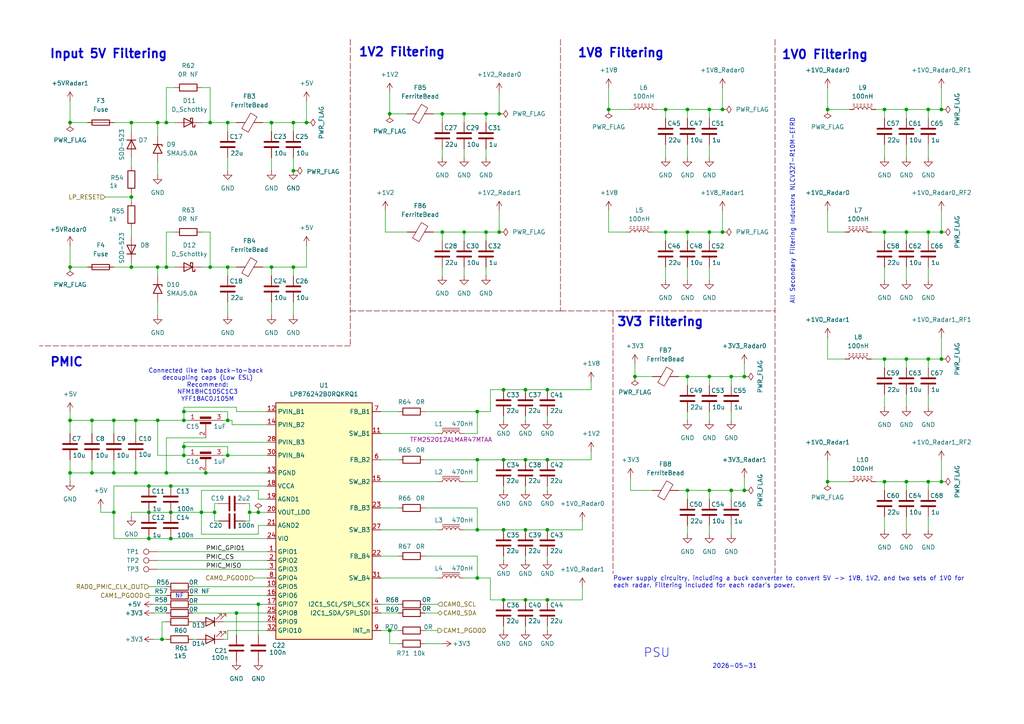
<source format=kicad_sch>
(kicad_sch (version 20231120) (generator "eeschema") (generator_version "8.0")
  (paper "A4")
  (lib_symbols
    (symbol "AWR2243:LP876242B0RQKRQ1"
      (property "Reference" "U" (at 0 -9.652 0))
      (property "Value" "LP876242B0RQKRQ1" (at -0.254 -6.858 0))
      (symbol "LP876242B0RQKRQ1_1_1"
        (pin bidirectional line (at -15.24 20.32 0) (length 2.54) (name "GPIO1") (number "1"))
        (pin bidirectional line (at -15.24 10.16 0) (length 2.54) (name "GPIO5") (number "10"))
        (pin passive line (at 17.78 54.61 180) (length 2.54) (name "SW_B1") (number "11"))
        (pin power_in line (at -15.24 60.96 0) (length 2.54) (name "PVIN_B1") (number "12"))
        (pin power_in line (at -15.24 43.18 0) (length 2.54) (name "PGND") (number "13"))
        (pin power_in line (at -15.24 57.15 0) (length 2.54) (name "PVIN_B2") (number "14"))
        (pin passive line (at 17.78 40.64 180) (length 2.54) (name "SW_B2") (number "15"))
        (pin bidirectional line (at -15.24 7.62 0) (length 2.54) (name "GPIO6") (number "16"))
        (pin bidirectional line (at -15.24 5.08 0) (length 2.54) (name "GPIO7") (number "17"))
        (pin power_in line (at -15.24 39.37 0) (length 2.54) (name "VCCA") (number "18"))
        (pin power_in line (at -15.24 35.56 0) (length 2.54) (name "AGND1") (number "19"))
        (pin bidirectional line (at -15.24 17.78 0) (length 2.54) (name "GPIO2") (number "2"))
        (pin power_in line (at -15.24 31.75 0) (length 2.54) (name "VOUT_LDO") (number "20"))
        (pin power_in line (at -15.24 27.94 0) (length 2.54) (name "AGND2") (number "21"))
        (pin passive line (at 17.78 19.05 180) (length 2.54) (name "FB_B4") (number "22"))
        (pin passive line (at 17.78 33.02 180) (length 2.54) (name "FB_B3") (number "23"))
        (pin power_in line (at -15.24 24.13 0) (length 2.54) (name "VIO") (number "24"))
        (pin bidirectional line (at -15.24 2.54 0) (length 2.54) (name "GPIO8") (number "25"))
        (pin bidirectional line (at -15.24 0 0) (length 2.54) (name "GPIO9") (number "26"))
        (pin passive line (at 17.78 26.67 180) (length 2.54) (name "SW_B3") (number "27"))
        (pin power_in line (at -15.24 52.07 0) (length 2.54) (name "PVIN_B3") (number "28"))
        (pin bidirectional line (at -15.24 15.24 0) (length 2.54) (name "GPIO3") (number "3"))
        (pin power_in line (at -15.24 48.26 0) (length 2.54) (name "PVIN_B4") (number "30"))
        (pin passive line (at 17.78 12.7 180) (length 2.54) (name "SW_B4") (number "31"))
        (pin bidirectional line (at -15.24 -2.54 0) (length 2.54) (name "GPIO10") (number "32"))
        (pin input line (at 17.78 5.08 180) (length 2.54) (name "I2C1_SCL/SPI_SCK") (number "4"))
        (pin bidirectional line (at 17.78 2.54 180) (length 2.54) (name "I2C1_SDA/SPI_SDI") (number "5"))
        (pin passive line (at 17.78 46.99 180) (length 2.54) (name "FB_B2") (number "6"))
        (pin passive line (at 17.78 60.96 180) (length 2.54) (name "FB_B1") (number "7"))
        (pin bidirectional line (at -15.24 12.7 0) (length 2.54) (name "GPIO4") (number "8"))
        (pin passive line (at 17.78 -2.54 180) (length 2.54) (name "INT_n") (number "9"))
      )
    )
    (symbol "Connector:TestPoint" (pin_numbers hide) (pin_names (offset 0.762) hide)
      (property "Reference" "TP" (at 0 6.858 0))
      (property "Value" "TestPoint" (at 0 5.08 0))
      (symbol "TestPoint_1_1"
        (pin passive line (at 0 0 90) (length 2.54) (name "1") (number "1"))
      )
    )
    (symbol "Device:C" (pin_numbers hide) (pin_names (offset 0.254))
      (property "Reference" "C" (at 0.635 2.54 0))
      (property "Value" "C" (at 0.635 -2.54 0))
      (symbol "C_1_1"
        (pin passive line (at 0 3.81 270) (length 2.794) (name "~") (number "1"))
        (pin passive line (at 0 -3.81 90) (length 2.794) (name "~") (number "2"))
      )
    )
    (symbol "Device:C_Feedthrough" (pin_names (offset 0.254) hide)
      (property "Reference" "C" (at 0 7.62 0))
      (property "Value" "C_Feedthrough" (at 0 5.715 0))
      (symbol "C_Feedthrough_1_1"
        (pin passive line (at -5.08 2.54 0) (length 2.54) (name "1") (number "1"))
        (pin passive line (at 0 -2.54 90) (length 2.54) (name "2") (number "2"))
        (pin passive line (at 5.08 2.54 180) (length 2.54) (name "3") (number "3"))
      )
    )
    (symbol "Device:D" (pin_numbers hide) (pin_names (offset 1.016) hide)
      (property "Reference" "D" (at 0 2.54 0))
      (property "Value" "D" (at 0 -2.54 0))
      (symbol "D_1_1"
        (pin passive line (at -3.81 0 0) (length 2.54) (name "K") (number "1"))
        (pin passive line (at 3.81 0 180) (length 2.54) (name "A") (number "2"))
      )
    )
    (symbol "Device:D_Schottky" (pin_numbers hide) (pin_names (offset 1.016) hide)
      (property "Reference" "D" (at 0 2.54 0))
      (property "Value" "D_Schottky" (at 0 -2.54 0))
      (symbol "D_Schottky_1_1"
        (pin passive line (at -3.81 0 0) (length 2.54) (name "K") (number "1"))
        (pin passive line (at 3.81 0 180) (length 2.54) (name "A") (number "2"))
      )
    )
    (symbol "Device:FerriteBead" (pin_numbers hide) (pin_names (offset 0))
      (property "Reference" "FB" (at -3.81 0.635 90))
      (property "Value" "FerriteBead" (at 3.81 0 90))
      (symbol "FerriteBead_1_1"
        (pin passive line (at 0 3.81 270) (length 2.54) (name "~") (number "1"))
        (pin passive line (at 0 -3.81 90) (length 2.54) (name "~") (number "2"))
      )
    )
    (symbol "Device:Fuse" (pin_numbers hide) (pin_names (offset 0))
      (property "Reference" "F" (at 2.032 0 90))
      (property "Value" "Fuse" (at -1.905 0 90))
      (symbol "Fuse_1_1"
        (pin passive line (at 0 3.81 270) (length 1.27) (name "~") (number "1"))
        (pin passive line (at 0 -3.81 90) (length 1.27) (name "~") (number "2"))
      )
    )
    (symbol "Device:LED" (pin_numbers hide) (pin_names (offset 1.016) hide)
      (property "Reference" "D" (at 0 2.54 0))
      (property "Value" "LED" (at 0 -2.54 0))
      (symbol "LED_1_1"
        (pin passive line (at -3.81 0 0) (length 2.54) (name "K") (number "1"))
        (pin passive line (at 3.81 0 180) (length 2.54) (name "A") (number "2"))
      )
    )
    (symbol "Device:L_Ferrite" (pin_numbers hide) (pin_names (offset 1.016) hide)
      (property "Reference" "L" (at -1.27 0 90))
      (property "Value" "L_Ferrite" (at 2.794 0 90))
      (symbol "L_Ferrite_1_1"
        (pin passive line (at 0 3.81 270) (length 1.27) (name "1") (number "1"))
        (pin passive line (at 0 -3.81 90) (length 1.27) (name "2") (number "2"))
      )
    )
    (symbol "Device:L_Iron" (pin_numbers hide) (pin_names (offset 1.016) hide)
      (property "Reference" "L" (at -1.27 0 90))
      (property "Value" "L_Iron" (at 2.794 0 90))
      (symbol "L_Iron_1_1"
        (pin passive line (at 0 3.81 270) (length 1.27) (name "1") (number "1"))
        (pin passive line (at 0 -3.81 90) (length 1.27) (name "2") (number "2"))
      )
    )
    (symbol "Device:R" (pin_numbers hide) (pin_names (offset 0))
      (property "Reference" "R" (at 2.032 0 90))
      (property "Value" "R" (at 0 0 90))
      (symbol "R_1_1"
        (pin passive line (at 0 3.81 270) (length 1.27) (name "~") (number "1"))
        (pin passive line (at 0 -3.81 90) (length 1.27) (name "~") (number "2"))
      )
    )
    (symbol "Diode:SMAJ5.0A" (pin_numbers hide) (pin_names (offset 1.016) hide)
      (property "Reference" "D" (at 0 2.54 0))
      (property "Value" "SMAJ5.0A" (at 0 -2.54 0))
      (symbol "SMAJ5.0A_1_1"
        (pin passive line (at -3.81 0 0) (length 2.54) (name "A1") (number "1"))
        (pin passive line (at 3.81 0 180) (length 2.54) (name "A2") (number "2"))
      )
    )
    (symbol "power:+1V2" (power) (pin_numbers hide) (pin_names (offset 0) hide)
      (property "Value" "+1V2" (at 0 3.556 0))
      (symbol "+1V2_1_1"
        (pin power_in line (at 0 0 90) (length 0) (name "~") (number "1"))
      )
    )
    (symbol "power:+1V8" (power) (pin_numbers hide) (pin_names (offset 0) hide)
      (property "Value" "+1V8" (at 0 3.556 0))
      (symbol "+1V8_1_1"
        (pin power_in line (at 0 0 90) (length 0) (name "~") (number "1"))
      )
    )
    (symbol "power:+5V" (power) (pin_numbers hide) (pin_names (offset 0) hide)
      (property "Value" "+5V" (at 0 3.556 0))
      (symbol "+5V_1_1"
        (pin power_in line (at 0 0 90) (length 0) (name "~") (number "1"))
      )
    )
    (symbol "power:GND" (power) (pin_numbers hide) (pin_names (offset 0) hide)
      (property "Value" "GND" (at 0 -3.81 0))
      (symbol "GND_1_1"
        (pin power_in line (at 0 0 270) (length 0) (name "~") (number "1"))
      )
    )
    (symbol "power:PWR_FLAG" (power) (pin_numbers hide) (pin_names (offset 0) hide)
      (property "Value" "PWR_FLAG" (at 0 3.81 0))
      (symbol "PWR_FLAG_0_0"
        (pin power_out line (at 0 0 90) (length 0) (name "~") (number "1"))
      )
    )
  )
  (junction (at 20.32 77.47))
  (junction (at 45.72 121.92))
  (junction (at 58.42 148.59))
  (junction (at 43.18 140.97))
  (junction (at 146.05 113.03))
  (junction (at 134.62 33.02))
  (junction (at 20.32 35.56))
  (junction (at 128.27 67.31))
  (junction (at 78.74 35.56))
  (junction (at 209.55 67.31))
  (junction (at 66.04 121.92))
  (junction (at 199.39 31.75))
  (junction (at 66.04 77.47))
  (junction (at 273.05 31.75))
  (junction (at 205.74 109.22))
  (junction (at 38.1 77.47))
  (junction (at 53.34 121.92))
  (junction (at 53.34 132.08))
  (junction (at 74.93 148.59))
  (junction (at 146.05 133.35))
  (junction (at 48.26 35.56))
  (junction (at 48.26 137.16))
  (junction (at 85.09 49.53))
  (junction (at 205.74 67.31))
  (junction (at 199.39 67.31))
  (junction (at 140.97 67.31))
  (junction (at 273.05 67.31))
  (junction (at 262.89 139.7))
  (junction (at 68.58 177.8))
  (junction (at 33.02 121.92))
  (junction (at 48.26 77.47))
  (junction (at 38.1 35.56))
  (junction (at 212.09 142.24))
  (junction (at 158.75 153.67))
  (junction (at 26.67 121.92))
  (junction (at 66.04 132.08))
  (junction (at 49.53 148.59))
  (junction (at 26.67 137.16))
  (junction (at 262.89 104.14))
  (junction (at 269.24 104.14))
  (junction (at 72.39 148.59))
  (junction (at 209.55 31.75))
  (junction (at 85.09 77.47))
  (junction (at 240.03 31.75))
  (junction (at 46.99 185.42))
  (junction (at 53.34 119.38))
  (junction (at 144.78 33.02))
  (junction (at 62.23 148.59))
  (junction (at 269.24 139.7))
  (junction (at 215.9 142.24))
  (junction (at 74.93 175.26))
  (junction (at 45.72 77.47))
  (junction (at 269.24 31.75))
  (junction (at 45.72 35.56))
  (junction (at 33.02 148.59))
  (junction (at 205.74 31.75))
  (junction (at 256.54 139.7))
  (junction (at 146.05 173.99))
  (junction (at 49.53 140.97))
  (junction (at 39.37 137.16))
  (junction (at 60.96 35.56))
  (junction (at 49.53 156.21))
  (junction (at 20.32 121.92))
  (junction (at 199.39 142.24))
  (junction (at 138.43 153.67))
  (junction (at 158.75 113.03))
  (junction (at 146.05 153.67))
  (junction (at 176.53 31.75))
  (junction (at 59.69 137.16))
  (junction (at 215.9 109.22))
  (junction (at 38.1 57.15))
  (junction (at 256.54 104.14))
  (junction (at 140.97 33.02))
  (junction (at 152.4 153.67))
  (junction (at 269.24 67.31))
  (junction (at 66.04 35.56))
  (junction (at 152.4 173.99))
  (junction (at 53.34 129.54))
  (junction (at 85.09 35.56))
  (junction (at 256.54 67.31))
  (junction (at 43.18 148.59))
  (junction (at 184.15 109.22))
  (junction (at 39.37 121.92))
  (junction (at 256.54 31.75))
  (junction (at 43.18 156.21))
  (junction (at 134.62 67.31))
  (junction (at 113.03 182.88))
  (junction (at 212.09 109.22))
  (junction (at 128.27 33.02))
  (junction (at 138.43 167.64))
  (junction (at 273.05 104.14))
  (junction (at 60.96 77.47))
  (junction (at 152.4 113.03))
  (junction (at 199.39 109.22))
  (junction (at 193.04 31.75))
  (junction (at 113.03 33.02))
  (junction (at 205.74 142.24))
  (junction (at 273.05 139.7))
  (junction (at 240.03 139.7))
  (junction (at 144.78 67.31))
  (junction (at 78.74 77.47))
  (junction (at 33.02 137.16))
  (junction (at 88.9 35.56))
  (junction (at 152.4 133.35))
  (junction (at 158.75 173.99))
  (junction (at 138.43 119.38))
  (junction (at 138.43 133.35))
  (junction (at 193.04 67.31))
  (junction (at 262.89 67.31))
  (junction (at 262.89 31.75))
  (junction (at 158.75 133.35))
  (junction (at 20.32 137.16))
  (wire (pts (xy 142.24 119.38) (xy 138.43 119.38)))
  (wire (pts (xy 140.97 33.02) (xy 140.97 35.56)))
  (wire (pts (xy 199.39 142.24) (xy 199.39 144.78)))
  (wire (pts (xy 262.89 67.31) (xy 269.24 67.31)))
  (wire (pts (xy 256.54 31.75) (xy 262.89 31.75)))
  (wire (pts (xy 240.03 104.14) (xy 245.11 104.14)))
  (wire (pts (xy 38.1 77.47) (xy 45.72 77.47)))
  (wire (pts (xy 60.96 67.31) (xy 60.96 77.47)))
  (wire (pts (xy 74.93 175.26) (xy 77.47 175.26)))
  (wire (pts (xy 168.91 170.18) (xy 168.91 173.99)))
  (wire (pts (xy 26.67 121.92) (xy 33.02 121.92)))
  (wire (pts (xy 68.58 177.8) (xy 68.58 184.15)))
  (wire (pts (xy 134.62 45.72) (xy 134.62 43.18)))
  (wire (pts (xy 256.54 139.7) (xy 262.89 139.7)))
  (wire (pts (xy 39.37 137.16) (xy 33.02 137.16)))
  (wire (pts (xy 269.24 81.28) (xy 269.24 77.47)))
  (wire (pts (xy 123.19 175.26) (xy 127 175.26)))
  (wire (pts (xy 262.89 45.72) (xy 262.89 41.91)))
  (wire (pts (xy 58.42 25.4) (xy 60.96 25.4)))
  (wire (pts (xy 45.72 35.56) (xy 45.72 39.37)))
  (wire (pts (xy 78.74 77.47) (xy 85.09 77.47)))
  (wire (pts (xy 53.34 121.92) (xy 54.61 121.92)))
  (wire (pts (xy 252.73 67.31) (xy 256.54 67.31)))
  (wire (pts (xy 38.1 35.56) (xy 38.1 38.1)))
  (wire (pts (xy 66.04 49.53) (xy 66.04 45.72)))
  (wire (pts (xy 146.05 113.03) (xy 152.4 113.03)))
  (wire (pts (xy 193.04 67.31) (xy 199.39 67.31)))
  (wire (pts (xy 158.75 173.99) (xy 168.91 173.99)))
  (polyline (pts (xy 101.6 90.17) (xy 162.56 90.17)) (stroke (width 0) (type dash) (color 132 0 0 1)))
  (wire (pts (xy 64.77 185.42) (xy 66.04 185.42)))
  (wire (pts (xy 45.72 46.99) (xy 45.72 50.8)))
  (wire (pts (xy 110.49 139.7) (xy 127 139.7)))
  (wire (pts (xy 212.09 142.24) (xy 212.09 144.78)))
  (wire (pts (xy 140.97 80.01) (xy 140.97 77.47)))
  (wire (pts (xy 64.77 180.34) (xy 77.47 180.34)))
  (wire (pts (xy 158.75 120.65) (xy 158.75 121.92)))
  (wire (pts (xy 20.32 71.12) (xy 20.32 77.47)))
  (wire (pts (xy 45.72 160.02) (xy 77.47 160.02)))
  (wire (pts (xy 273.05 25.4) (xy 273.05 31.75)))
  (wire (pts (xy 48.26 137.16) (xy 39.37 137.16)))
  (wire (pts (xy 196.85 109.22) (xy 199.39 109.22)))
  (wire (pts (xy 128.27 45.72) (xy 128.27 43.18)))
  (wire (pts (xy 66.04 35.56) (xy 68.58 35.56)))
  (wire (pts (xy 199.39 31.75) (xy 205.74 31.75)))
  (wire (pts (xy 46.99 180.34) (xy 46.99 185.42)))
  (wire (pts (xy 26.67 137.16) (xy 33.02 137.16)))
  (wire (pts (xy 110.49 133.35) (xy 115.57 133.35)))
  (wire (pts (xy 269.24 153.67) (xy 269.24 149.86)))
  (polyline (pts (xy 101.6 11.43) (xy 101.6 100.33)) (stroke (width 0) (type dash) (color 132 0 0 1)))
  (wire (pts (xy 205.74 154.94) (xy 205.74 152.4)))
  (wire (pts (xy 66.04 129.54) (xy 66.04 132.08)))
  (wire (pts (xy 254 31.75) (xy 256.54 31.75)))
  (wire (pts (xy 45.72 121.92) (xy 53.34 121.92)))
  (wire (pts (xy 113.03 182.88) (xy 115.57 182.88)))
  (wire (pts (xy 262.89 118.11) (xy 262.89 114.3)))
  (wire (pts (xy 205.74 109.22) (xy 205.74 111.76)))
  (wire (pts (xy 134.62 125.73) (xy 138.43 125.73)))
  (wire (pts (xy 55.88 180.34) (xy 57.15 180.34)))
  (wire (pts (xy 240.03 97.79) (xy 240.03 104.14)))
  (wire (pts (xy 66.04 182.88) (xy 77.47 182.88)))
  (wire (pts (xy 45.72 35.56) (xy 48.26 35.56)))
  (wire (pts (xy 58.42 148.59) (xy 62.23 148.59)))
  (wire (pts (xy 20.32 137.16) (xy 20.32 133.35)))
  (wire (pts (xy 49.53 148.59) (xy 58.42 148.59)))
  (wire (pts (xy 140.97 67.31) (xy 140.97 69.85)))
  (wire (pts (xy 74.93 148.59) (xy 77.47 148.59)))
  (wire (pts (xy 64.77 132.08) (xy 66.04 132.08)))
  (wire (pts (xy 152.4 173.99) (xy 158.75 173.99)))
  (wire (pts (xy 176.53 60.96) (xy 176.53 67.31)))
  (wire (pts (xy 138.43 161.29) (xy 138.43 167.64)))
  (wire (pts (xy 45.72 132.08) (xy 53.34 132.08)))
  (wire (pts (xy 128.27 33.02) (xy 128.27 35.56)))
  (wire (pts (xy 152.4 182.88) (xy 152.4 181.61)))
  (wire (pts (xy 269.24 45.72) (xy 269.24 41.91)))
  (wire (pts (xy 205.74 67.31) (xy 205.74 69.85)))
  (wire (pts (xy 199.39 142.24) (xy 205.74 142.24)))
  (wire (pts (xy 74.93 144.78) (xy 77.47 144.78)))
  (wire (pts (xy 85.09 91.44) (xy 85.09 87.63)))
  (wire (pts (xy 85.09 35.56) (xy 85.09 38.1)))
  (wire (pts (xy 254 139.7) (xy 256.54 139.7)))
  (wire (pts (xy 48.26 67.31) (xy 48.26 77.47)))
  (wire (pts (xy 73.66 167.64) (xy 77.47 167.64)))
  (wire (pts (xy 158.75 182.88) (xy 158.75 181.61)))
  (wire (pts (xy 20.32 29.21) (xy 20.32 35.56)))
  (wire (pts (xy 33.02 77.47) (xy 38.1 77.47)))
  (wire (pts (xy 193.04 45.72) (xy 193.04 41.91)))
  (wire (pts (xy 78.74 91.44) (xy 78.74 87.63)))
  (wire (pts (xy 66.04 119.38) (xy 66.04 121.92)))
  (wire (pts (xy 138.43 133.35) (xy 138.43 139.7)))
  (wire (pts (xy 205.74 121.92) (xy 205.74 119.38)))
  (wire (pts (xy 240.03 60.96) (xy 240.03 67.31)))
  (wire (pts (xy 190.5 31.75) (xy 193.04 31.75)))
  (wire (pts (xy 128.27 33.02) (xy 134.62 33.02)))
  (wire (pts (xy 110.49 125.73) (xy 127 125.73)))
  (wire (pts (xy 48.26 127) (xy 48.26 137.16)))
  (wire (pts (xy 38.1 149.86) (xy 38.1 148.59)))
  (wire (pts (xy 152.4 113.03) (xy 158.75 113.03)))
  (wire (pts (xy 140.97 67.31) (xy 144.78 67.31)))
  (wire (pts (xy 171.45 130.81) (xy 171.45 133.35)))
  (wire (pts (xy 44.45 177.8) (xy 48.26 177.8)))
  (wire (pts (xy 66.04 35.56) (xy 66.04 38.1)))
  (wire (pts (xy 74.93 175.26) (xy 74.93 184.15)))
  (wire (pts (xy 199.39 121.92) (xy 199.39 119.38)))
  (wire (pts (xy 269.24 31.75) (xy 269.24 34.29)))
  (wire (pts (xy 48.26 127) (xy 59.69 127)))
  (wire (pts (xy 262.89 31.75) (xy 269.24 31.75)))
  (wire (pts (xy 43.18 140.97) (xy 49.53 140.97)))
  (wire (pts (xy 158.75 162.56) (xy 158.75 161.29)))
  (wire (pts (xy 176.53 31.75) (xy 182.88 31.75)))
  (wire (pts (xy 240.03 67.31) (xy 245.11 67.31)))
  (wire (pts (xy 158.75 142.24) (xy 158.75 140.97)))
  (polyline (pts (xy 101.6 100.33) (xy 11.43 100.33)) (stroke (width 0) (type dash) (color 132 0 0 1)))
  (wire (pts (xy 140.97 33.02) (xy 144.78 33.02)))
  (wire (pts (xy 53.34 119.38) (xy 53.34 121.92)))
  (wire (pts (xy 39.37 133.35) (xy 39.37 137.16)))
  (wire (pts (xy 66.04 132.08) (xy 77.47 132.08)))
  (wire (pts (xy 20.32 139.7) (xy 20.32 137.16)))
  (wire (pts (xy 58.42 67.31) (xy 60.96 67.31)))
  (wire (pts (xy 55.88 170.18) (xy 77.47 170.18)))
  (wire (pts (xy 199.39 109.22) (xy 199.39 111.76)))
  (wire (pts (xy 33.02 125.73) (xy 33.02 121.92)))
  (wire (pts (xy 142.24 113.03) (xy 146.05 113.03)))
  (wire (pts (xy 45.72 162.56) (xy 77.47 162.56)))
  (wire (pts (xy 62.23 151.13) (xy 62.23 148.59)))
  (wire (pts (xy 53.34 128.27) (xy 77.47 128.27)))
  (wire (pts (xy 138.43 167.64) (xy 134.62 167.64)))
  (wire (pts (xy 72.39 148.59) (xy 74.93 148.59)))
  (wire (pts (xy 252.73 104.14) (xy 256.54 104.14)))
  (wire (pts (xy 88.9 29.21) (xy 88.9 35.56)))
  (wire (pts (xy 146.05 120.65) (xy 146.05 121.92)))
  (wire (pts (xy 53.34 128.27) (xy 53.34 129.54)))
  (wire (pts (xy 38.1 148.59) (xy 43.18 148.59)))
  (wire (pts (xy 199.39 109.22) (xy 205.74 109.22)))
  (wire (pts (xy 256.54 104.14) (xy 256.54 106.68)))
  (wire (pts (xy 59.69 137.16) (xy 77.47 137.16)))
  (wire (pts (xy 199.39 67.31) (xy 199.39 69.85)))
  (wire (pts (xy 142.24 173.99) (xy 146.05 173.99)))
  (wire (pts (xy 199.39 81.28) (xy 199.39 77.47)))
  (wire (pts (xy 33.02 140.97) (xy 33.02 148.59)))
  (wire (pts (xy 262.89 81.28) (xy 262.89 77.47)))
  (wire (pts (xy 138.43 139.7) (xy 134.62 139.7)))
  (wire (pts (xy 209.55 25.4) (xy 209.55 31.75)))
  (wire (pts (xy 262.89 153.67) (xy 262.89 149.86)))
  (wire (pts (xy 146.05 153.67) (xy 152.4 153.67)))
  (wire (pts (xy 212.09 142.24) (xy 215.9 142.24)))
  (wire (pts (xy 256.54 67.31) (xy 262.89 67.31)))
  (wire (pts (xy 262.89 31.75) (xy 262.89 34.29)))
  (wire (pts (xy 138.43 153.67) (xy 134.62 153.67)))
  (wire (pts (xy 205.74 31.75) (xy 209.55 31.75)))
  (wire (pts (xy 66.04 185.42) (xy 66.04 182.88)))
  (wire (pts (xy 20.32 119.38) (xy 20.32 121.92)))
  (wire (pts (xy 193.04 81.28) (xy 193.04 77.47)))
  (wire (pts (xy 256.54 118.11) (xy 256.54 114.3)))
  (wire (pts (xy 134.62 67.31) (xy 140.97 67.31)))
  (wire (pts (xy 269.24 67.31) (xy 269.24 69.85)))
  (wire (pts (xy 273.05 133.35) (xy 273.05 139.7)))
  (wire (pts (xy 45.72 77.47) (xy 48.26 77.47)))
  (wire (pts (xy 142.24 173.99) (xy 142.24 167.64)))
  (wire (pts (xy 212.09 109.22) (xy 215.9 109.22)))
  (wire (pts (xy 50.8 67.31) (xy 48.26 67.31)))
  (wire (pts (xy 53.34 129.54) (xy 53.34 132.08)))
  (wire (pts (xy 113.03 186.69) (xy 113.03 182.88)))
  (wire (pts (xy 182.88 142.24) (xy 189.23 142.24)))
  (wire (pts (xy 29.21 147.32) (xy 29.21 148.59)))
  (wire (pts (xy 46.99 185.42) (xy 48.26 185.42)))
  (wire (pts (xy 72.39 146.05) (xy 72.39 148.59)))
  (wire (pts (xy 45.72 121.92) (xy 45.72 132.08)))
  (polyline (pts (xy 162.56 90.17) (xy 224.79 90.17)) (stroke (width 0) (type dash) (color 132 0 0 1)))
  (wire (pts (xy 48.26 35.56) (xy 50.8 35.56)))
  (wire (pts (xy 256.54 67.31) (xy 256.54 69.85)))
  (wire (pts (xy 146.05 133.35) (xy 152.4 133.35)))
  (wire (pts (xy 273.05 97.79) (xy 273.05 104.14)))
  (polyline (pts (xy 224.79 11.43) (xy 224.79 100.33)) (stroke (width 0) (type dash) (color 132 0 0 1)))
  (wire (pts (xy 58.42 77.47) (xy 60.96 77.47)))
  (wire (pts (xy 74.93 154.94) (xy 74.93 152.4)))
  (wire (pts (xy 127 182.88) (xy 123.19 182.88)))
  (wire (pts (xy 38.1 66.04) (xy 38.1 68.58)))
  (wire (pts (xy 110.49 182.88) (xy 113.03 182.88)))
  (wire (pts (xy 38.1 35.56) (xy 45.72 35.56)))
  (wire (pts (xy 62.23 146.05) (xy 63.5 146.05)))
  (wire (pts (xy 123.19 133.35) (xy 138.43 133.35)))
  (wire (pts (xy 26.67 137.16) (xy 20.32 137.16)))
  (wire (pts (xy 123.19 177.8) (xy 127 177.8)))
  (wire (pts (xy 171.45 133.35) (xy 158.75 133.35)))
  (wire (pts (xy 62.23 151.13) (xy 63.5 151.13)))
  (wire (pts (xy 55.88 172.72) (xy 77.47 172.72)))
  (wire (pts (xy 193.04 31.75) (xy 199.39 31.75)))
  (wire (pts (xy 74.93 142.24) (xy 74.93 144.78)))
  (wire (pts (xy 60.96 35.56) (xy 66.04 35.56)))
  (wire (pts (xy 205.74 109.22) (xy 212.09 109.22)))
  (wire (pts (xy 78.74 49.53) (xy 78.74 45.72)))
  (wire (pts (xy 199.39 45.72) (xy 199.39 41.91)))
  (wire (pts (xy 29.21 148.59) (xy 33.02 148.59)))
  (wire (pts (xy 138.43 133.35) (xy 146.05 133.35)))
  (wire (pts (xy 48.26 137.16) (xy 59.69 137.16)))
  (wire (pts (xy 146.05 162.56) (xy 146.05 161.29)))
  (wire (pts (xy 111.76 60.96) (xy 111.76 67.31)))
  (wire (pts (xy 205.74 45.72) (xy 205.74 41.91)))
  (wire (pts (xy 146.05 182.88) (xy 146.05 181.61)))
  (wire (pts (xy 256.54 81.28) (xy 256.54 77.47)))
  (wire (pts (xy 68.58 118.11) (xy 68.58 119.38)))
  (wire (pts (xy 240.03 25.4) (xy 240.03 31.75)))
  (wire (pts (xy 138.43 119.38) (xy 138.43 125.73)))
  (wire (pts (xy 43.18 172.72) (xy 48.26 172.72)))
  (wire (pts (xy 85.09 49.53) (xy 85.09 45.72)))
  (wire (pts (xy 209.55 60.96) (xy 209.55 67.31)))
  (wire (pts (xy 74.93 152.4) (xy 77.47 152.4)))
  (polyline (pts (xy 177.8 90.17) (xy 177.8 166.37)) (stroke (width 0) (type dash) (color 132 0 0 1)))
  (wire (pts (xy 262.89 104.14) (xy 262.89 106.68)))
  (wire (pts (xy 38.1 55.88) (xy 38.1 57.15)))
  (wire (pts (xy 58.42 35.56) (xy 60.96 35.56)))
  (wire (pts (xy 269.24 31.75) (xy 273.05 31.75)))
  (wire (pts (xy 189.23 67.31) (xy 193.04 67.31)))
  (wire (pts (xy 20.32 125.73) (xy 20.32 121.92)))
  (wire (pts (xy 134.62 33.02) (xy 134.62 35.56)))
  (wire (pts (xy 256.54 45.72) (xy 256.54 41.91)))
  (wire (pts (xy 176.53 25.4) (xy 176.53 31.75)))
  (wire (pts (xy 152.4 153.67) (xy 158.75 153.67)))
  (wire (pts (xy 43.18 148.59) (xy 49.53 148.59)))
  (wire (pts (xy 158.75 113.03) (xy 171.45 113.03)))
  (wire (pts (xy 128.27 67.31) (xy 134.62 67.31)))
  (wire (pts (xy 176.53 67.31) (xy 181.61 67.31)))
  (wire (pts (xy 113.03 33.02) (xy 118.11 33.02)))
  (wire (pts (xy 152.4 162.56) (xy 152.4 161.29)))
  (wire (pts (xy 20.32 77.47) (xy 25.4 77.47)))
  (wire (pts (xy 66.04 129.54) (xy 53.34 129.54)))
  (wire (pts (xy 205.74 67.31) (xy 209.55 67.31)))
  (wire (pts (xy 53.34 118.11) (xy 68.58 118.11)))
  (wire (pts (xy 256.54 31.75) (xy 256.54 34.29)))
  (wire (pts (xy 66.04 121.92) (xy 67.31 121.92)))
  (wire (pts (xy 110.49 161.29) (xy 115.57 161.29)))
  (polyline (pts (xy 224.79 166.37) (xy 224.79 100.33)) (stroke (width 0) (type dash) (color 132 0 0 1)))
  (wire (pts (xy 193.04 67.31) (xy 193.04 69.85)))
  (wire (pts (xy 50.8 25.4) (xy 48.26 25.4)))
  (wire (pts (xy 48.26 25.4) (xy 48.26 35.56)))
  (wire (pts (xy 215.9 138.43) (xy 215.9 142.24)))
  (wire (pts (xy 85.09 77.47) (xy 85.09 80.01)))
  (polyline (pts (xy 162.56 11.43) (xy 162.56 90.17)) (stroke (width 0) (type dash) (color 132 0 0 1)))
  (wire (pts (xy 199.39 67.31) (xy 205.74 67.31)))
  (wire (pts (xy 78.74 77.47) (xy 78.74 80.01)))
  (wire (pts (xy 146.05 142.24) (xy 146.05 140.97)))
  (wire (pts (xy 196.85 142.24) (xy 199.39 142.24)))
  (wire (pts (xy 66.04 119.38) (xy 53.34 119.38)))
  (wire (pts (xy 115.57 186.69) (xy 113.03 186.69)))
  (wire (pts (xy 199.39 31.75) (xy 199.39 34.29)))
  (wire (pts (xy 110.49 175.26) (xy 115.57 175.26)))
  (wire (pts (xy 38.1 57.15) (xy 38.1 58.42)))
  (wire (pts (xy 269.24 139.7) (xy 269.24 142.24)))
  (wire (pts (xy 240.03 133.35) (xy 240.03 139.7)))
  (wire (pts (xy 142.24 113.03) (xy 142.24 119.38)))
  (wire (pts (xy 140.97 45.72) (xy 140.97 43.18)))
  (wire (pts (xy 76.2 35.56) (xy 78.74 35.56)))
  (wire (pts (xy 55.88 175.26) (xy 74.93 175.26)))
  (wire (pts (xy 77.47 119.38) (xy 68.58 119.38)))
  (wire (pts (xy 212.09 121.92) (xy 212.09 119.38)))
  (wire (pts (xy 66.04 77.47) (xy 66.04 80.01)))
  (wire (pts (xy 66.04 77.47) (xy 68.58 77.47)))
  (wire (pts (xy 182.88 138.43) (xy 182.88 142.24)))
  (wire (pts (xy 33.02 140.97) (xy 43.18 140.97)))
  (wire (pts (xy 110.49 119.38) (xy 115.57 119.38)))
  (wire (pts (xy 125.73 33.02) (xy 128.27 33.02)))
  (wire (pts (xy 205.74 142.24) (xy 205.74 144.78)))
  (wire (pts (xy 30.48 57.15) (xy 38.1 57.15)))
  (wire (pts (xy 262.89 139.7) (xy 262.89 142.24)))
  (wire (pts (xy 85.09 35.56) (xy 88.9 35.56)))
  (wire (pts (xy 60.96 77.47) (xy 66.04 77.47)))
  (wire (pts (xy 33.02 121.92) (xy 39.37 121.92)))
  (wire (pts (xy 48.26 77.47) (xy 50.8 77.47)))
  (wire (pts (xy 138.43 147.32) (xy 138.43 153.67)))
  (wire (pts (xy 212.09 154.94) (xy 212.09 152.4)))
  (wire (pts (xy 184.15 105.41) (xy 184.15 109.22)))
  (wire (pts (xy 269.24 139.7) (xy 273.05 139.7)))
  (wire (pts (xy 45.72 87.63) (xy 45.72 91.44)))
  (wire (pts (xy 77.47 123.19) (xy 67.31 123.19)))
  (wire (pts (xy 74.93 142.24) (xy 58.42 142.24)))
  (wire (pts (xy 134.62 67.31) (xy 134.62 69.85)))
  (wire (pts (xy 125.73 67.31) (xy 128.27 67.31)))
  (wire (pts (xy 113.03 26.67) (xy 113.03 33.02)))
  (wire (pts (xy 144.78 26.67) (xy 144.78 33.02)))
  (wire (pts (xy 144.78 60.96) (xy 144.78 67.31)))
  (wire (pts (xy 66.04 91.44) (xy 66.04 87.63)))
  (wire (pts (xy 134.62 33.02) (xy 140.97 33.02)))
  (wire (pts (xy 269.24 67.31) (xy 273.05 67.31)))
  (wire (pts (xy 262.89 139.7) (xy 269.24 139.7)))
  (wire (pts (xy 269.24 118.11) (xy 269.24 114.3)))
  (wire (pts (xy 33.02 148.59) (xy 33.02 156.21)))
  (wire (pts (xy 38.1 76.2) (xy 38.1 77.47)))
  (wire (pts (xy 53.34 118.11) (xy 53.34 119.38)))
  (wire (pts (xy 269.24 104.14) (xy 273.05 104.14)))
  (wire (pts (xy 33.02 156.21) (xy 43.18 156.21)))
  (wire (pts (xy 58.42 154.94) (xy 58.42 148.59)))
  (wire (pts (xy 26.67 121.92) (xy 20.32 121.92)))
  (wire (pts (xy 205.74 31.75) (xy 205.74 34.29)))
  (wire (pts (xy 123.19 161.29) (xy 138.43 161.29)))
  (wire (pts (xy 60.96 25.4) (xy 60.96 35.56)))
  (wire (pts (xy 256.54 139.7) (xy 256.54 142.24)))
  (wire (pts (xy 44.45 175.26) (xy 48.26 175.26)))
  (wire (pts (xy 38.1 45.72) (xy 38.1 48.26)))
  (wire (pts (xy 45.72 165.1) (xy 77.47 165.1)))
  (wire (pts (xy 262.89 67.31) (xy 262.89 69.85)))
  (wire (pts (xy 58.42 142.24) (xy 58.42 148.59)))
  (wire (pts (xy 68.58 177.8) (xy 77.47 177.8)))
  (wire (pts (xy 26.67 125.73) (xy 26.67 121.92)))
  (wire (pts (xy 44.45 185.42) (xy 46.99 185.42)))
  (wire (pts (xy 62.23 146.05) (xy 62.23 148.59)))
  (wire (pts (xy 55.88 177.8) (xy 68.58 177.8)))
  (wire (pts (xy 269.24 104.14) (xy 269.24 106.68)))
  (wire (pts (xy 49.53 140.97) (xy 77.47 140.97)))
  (wire (pts (xy 168.91 151.13) (xy 168.91 153.67)))
  (wire (pts (xy 111.76 67.31) (xy 118.11 67.31)))
  (wire (pts (xy 215.9 105.41) (xy 215.9 109.22)))
  (wire (pts (xy 240.03 31.75) (xy 246.38 31.75)))
  (wire (pts (xy 46.99 180.34) (xy 48.26 180.34)))
  (wire (pts (xy 43.18 156.21) (xy 49.53 156.21)))
  (wire (pts (xy 193.04 31.75) (xy 193.04 34.29)))
  (wire (pts (xy 134.62 80.01) (xy 134.62 77.47)))
  (wire (pts (xy 240.03 139.7) (xy 246.38 139.7)))
  (wire (pts (xy 138.43 153.67) (xy 146.05 153.67)))
  (wire (pts (xy 152.4 133.35) (xy 158.75 133.35)))
  (wire (pts (xy 45.72 77.47) (xy 45.72 80.01)))
  (wire (pts (xy 212.09 109.22) (xy 212.09 111.76)))
  (wire (pts (xy 53.34 132.08) (xy 54.61 132.08)))
  (wire (pts (xy 64.77 121.92) (xy 66.04 121.92)))
  (wire (pts (xy 74.93 154.94) (xy 58.42 154.94)))
  (wire (pts (xy 142.24 167.64) (xy 138.43 167.64)))
  (wire (pts (xy 78.74 35.56) (xy 78.74 38.1)))
  (wire (pts (xy 152.4 120.65) (xy 152.4 121.92)))
  (wire (pts (xy 76.2 77.47) (xy 78.74 77.47)))
  (wire (pts (xy 71.12 146.05) (xy 72.39 146.05)))
  (wire (pts (xy 78.74 35.56) (xy 85.09 35.56)))
  (wire (pts (xy 256.54 153.67) (xy 256.54 149.86)))
  (wire (pts (xy 128.27 67.31) (xy 128.27 69.85)))
  (wire (pts (xy 256.54 104.14) (xy 262.89 104.14)))
  (wire (pts (xy 72.39 151.13) (xy 72.39 148.59)))
  (wire (pts (xy 123.19 186.69) (xy 128.27 186.69)))
  (wire (pts (xy 88.9 71.12) (xy 88.9 77.47)))
  (wire (pts (xy 33.02 133.35) (xy 33.02 137.16)))
  (wire (pts (xy 205.74 81.28) (xy 205.74 77.47)))
  (wire (pts (xy 158.75 153.67) (xy 168.91 153.67)))
  (wire (pts (xy 128.27 80.01) (xy 128.27 77.47)))
  (wire (pts (xy 110.49 153.67) (xy 127 153.67)))
  (wire (pts (xy 146.05 173.99) (xy 152.4 173.99)))
  (wire (pts (xy 43.18 170.18) (xy 48.26 170.18)))
  (wire (pts (xy 262.89 104.14) (xy 269.24 104.14)))
  (wire (pts (xy 110.49 177.8) (xy 115.57 177.8)))
  (wire (pts (xy 71.12 151.13) (xy 72.39 151.13)))
  (wire (pts (xy 123.19 147.32) (xy 138.43 147.32)))
  (wire (pts (xy 85.09 77.47) (xy 88.9 77.47)))
  (wire (pts (xy 49.53 156.21) (xy 77.47 156.21)))
  (wire (pts (xy 26.67 133.35) (xy 26.67 137.16)))
  (wire (pts (xy 39.37 125.73) (xy 39.37 121.92)))
  (wire (pts (xy 110.49 167.64) (xy 127 167.64)))
  (wire (pts (xy 110.49 147.32) (xy 115.57 147.32)))
  (wire (pts (xy 55.88 185.42) (xy 57.15 185.42)))
  (wire (pts (xy 171.45 113.03) (xy 171.45 110.49)))
  (wire (pts (xy 33.02 35.56) (xy 38.1 35.56)))
  (wire (pts (xy 205.74 142.24) (xy 212.09 142.24)))
  (wire (pts (xy 67.31 121.92) (xy 67.31 123.19)))
  (wire (pts (xy 39.37 121.92) (xy 45.72 121.92)))
  (wire (pts (xy 123.19 119.38) (xy 138.43 119.38)))
  (wire (pts (xy 20.32 35.56) (xy 25.4 35.56)))
  (wire (pts (xy 273.05 60.96) (xy 273.05 67.31)))
  (wire (pts (xy 152.4 142.24) (xy 152.4 140.97)))
  (wire (pts (xy 199.39 154.94) (xy 199.39 152.4)))
  (wire (pts (xy 184.15 109.22) (xy 189.23 109.22)))
  (text "1V2 Filtering" (at 116.586 15.24 0) (effects (font (size 2.54 2.54) (thickness 0.508) (bold yes))))
  (text "NF" (at 52.07 172.974 0) (effects (font (size 1.27 1.27))))
  (text "1V0 Filtering" (at 239.268 16.002 0) (effects (font (size 2.54 2.54) (thickness 0.508) (bold yes))))
  (text "PSU\n" (at 190.5 189.484 0) (effects (font (size 2.54 2.54))))
  (text "Power supply circuitry, including a buck converter to convert 5V -> 1V8, 1V2, and two sets of 1V0 for \neach radar. Filtering included for each radar's power." (at 177.8 168.91 0) (effects (font (size 1.27 1.27)) (justify left)))
  (text "${CURRENT_DATE}" (at 213.106 193.294 0) (effects (font (size 1.27 1.27))))
  (text "Input 5V Filtering" (at 31.496 15.748 0) (effects (font (size 2.54 2.54) (thickness 0.508) (bold yes))))
  (text "PMIC" (at 19.304 105.156 0) (effects (font (size 2.54 2.54) (thickness 0.508) (bold yes))))
  (text "1V8 Filtering" (at 180.086 15.494 0) (effects (font (size 2.54 2.54) (thickness 0.508) (bold yes))))
  (text "3V3 Filtering" (at 191.516 93.472 0) (effects (font (size 2.54 2.54) (thickness 0.508) (bold yes))))
  (text "Connected like two back-to-back \ndecoupling caps (Low ESL)\nRecommend:\nNFM18HC105C1C3\nYFF18AC0J105M" (at 60.198 111.76 0) (effects (font (size 1.27 1.27))))
  (text "All Secondary Filtering Inductors NLCV32T-R10M-EFRD\n" (at 229.87 61.214 90) (effects (font (size 1.27 1.27))))
  (label "PMIC_GPIO1" (at 59.69 160.02 0))
  (label "PMIC_MISO" (at 59.69 165.1 0))
  (label "PMIC_CS" (at 59.69 162.56 0))
  (hierarchical_label "RAD0_PMIC_CLK_OUT" (shape input) (at 43.18 170.18 180))
  (hierarchical_label "CAM0_SCL" (shape input) (at 127 175.26 0))
  (hierarchical_label "CAM0_SDA" (shape bidirectional) (at 127 177.8 0))
  (hierarchical_label "LP_RESET" (shape input) (at 30.48 57.15 180))
  (hierarchical_label "CAM1_PGOOD" (shape output) (at 43.18 172.72 180))
  (hierarchical_label "CAM1_PGOOD" (shape output) (at 127 182.88 0))
  (hierarchical_label "CAM0_PGOOD" (shape input) (at 73.66 167.64 180))
  (symbol (lib_id "power:+5V") (at 44.45 175.26 90) (unit 1)
    (property "Reference" "#PWR029" (effects (hide yes)))
    (property "Value" "+5V" (at 38.862 175.26 90))
    (property "Description" "Power symbol creates a global label with name \"+5V\"" (effects (hide yes)))
  )
  (symbol (lib_id "Device:C") (at 199.39 73.66 0) (unit 1)
    (property "Reference" "C48" (at 199.898 71.374 0) (effects (justify left)))
    (property "Value" "10u" (at 200.152 76.2 0) (effects (justify left)))
    (property "Footprint" "Capacitor_SMD:C_0805_2012Metric" (effects (hide yes)))
    (property "Description" "Unpolarized capacitor" (effects (hide yes)))
  )
  (symbol (lib_id "Device:C") (at 146.05 116.84 0) (unit 1)
    (property "Reference" "C33" (at 146.812 114.554 0) (effects (justify left)))
    (property "Value" "22u" (at 146.812 119.126 0) (effects (justify left)))
    (property "Footprint" "Capacitor_SMD:C_1206_3216Metric" (effects (hide yes)))
    (property "Description" "Unpolarized capacitor" (effects (hide yes)))
  )
  (symbol (lib_id "power:+1V2") (at 168.91 170.18 0) (unit 1)
    (property "Reference" "#PWR068" (effects (hide yes)))
    (property "Value" "+1V0_Radar1" (at 168.91 165.1 0))
    (property "Description" "Power symbol creates a global label with name \"+1V2\"" (effects (hide yes)))
  )
  (symbol (lib_id "Device:C") (at 256.54 146.05 0) (unit 1)
    (property "Reference" "C60" (at 257.048 143.764 0) (effects (justify left)))
    (property "Value" "22u" (at 257.302 148.59 0) (effects (justify left)))
    (property "Footprint" "Capacitor_SMD:C_1206_3216Metric" (effects (hide yes)))
    (property "Description" "Unpolarized capacitor" (effects (hide yes)))
  )
  (symbol (lib_id "Device:C") (at 205.74 73.66 0) (unit 1)
    (property "Reference" "C52" (at 206.248 71.374 0) (effects (justify left)))
    (property "Value" "1u" (at 206.502 76.2 0) (effects (justify left)))
    (property "Footprint" "Capacitor_SMD:C_0603_1608Metric" (effects (hide yes)))
    (property "Description" "Unpolarized capacitor" (effects (hide yes)))
  )
  (symbol (lib_id "power:+5V") (at 144.78 26.67 0) (unit 1)
    (property "Reference" "#PWR053" (effects (hide yes)))
    (property "Value" "+1V2_Radar0" (at 144.78 21.59 0))
    (property "Description" "Power symbol creates a global label with name \"+5V\"" (effects (hide yes)))
  )
  (symbol (lib_id "Device:C") (at 256.54 110.49 0) (unit 1)
    (property "Reference" "C59" (at 257.048 108.204 0) (effects (justify left)))
    (property "Value" "22u" (at 257.302 113.03 0) (effects (justify left)))
    (property "Footprint" "Capacitor_SMD:C_1206_3216Metric" (effects (hide yes)))
    (property "Description" "Unpolarized capacitor" (effects (hide yes)))
  )
  (symbol (lib_id "Device:C") (at 78.74 83.82 0) (unit 1)
    (property "Reference" "C24" (at 79.248 81.534 0) (effects (justify left)))
    (property "Value" "10u" (at 79.502 86.36 0) (effects (justify left)))
    (property "Footprint" "Capacitor_SMD:C_0805_2012Metric" (effects (hide yes)))
    (property "Description" "Unpolarized capacitor" (effects (hide yes)))
  )
  (symbol (lib_id "Device:C") (at 146.05 137.16 0) (unit 1)
    (property "Reference" "C34" (at 146.812 134.874 0) (effects (justify left)))
    (property "Value" "22u" (at 146.812 139.446 0) (effects (justify left)))
    (property "Footprint" "Capacitor_SMD:C_1206_3216Metric" (effects (hide yes)))
    (property "Description" "Unpolarized capacitor" (effects (hide yes)))
  )
  (symbol (lib_id "power:GND") (at 256.54 118.11 0) (unit 1)
    (property "Reference" "#PWR097" (effects (hide yes)))
    (property "Value" "GND" (at 256.54 123.19 0))
    (property "Description" "Power symbol creates a global label with name \"GND\" , ground" (effects (hide yes)))
  )
  (symbol (lib_id "Device:C") (at 20.32 129.54 0) (unit 1)
    (property "Reference" "C7" (at 20.828 127.254 0) (effects (justify left)))
    (property "Value" "10u" (at 21.082 132.08 0) (effects (justify left)))
    (property "Footprint" "Capacitor_SMD:C_0805_2012Metric" (effects (hide yes)))
    (property "Description" "Unpolarized capacitor" (effects (hide yes)))
  )
  (symbol (lib_id "Device:Fuse") (at 29.21 35.56 90) (unit 1)
    (property "Reference" "F3" (at 29.21 29.21 90))
    (property "Value" "Fuse" (at 29.21 31.75 90))
    (property "Footprint" "Fuse:Fuse_1206_3216Metric" (effects (hide yes)))
    (property "Description" "Fuse" (effects (hide yes)))
  )
  (symbol (lib_id "Device:C") (at 26.67 129.54 0) (unit 1)
    (property "Reference" "C8" (at 27.686 127.254 0) (effects (justify left)))
    (property "Value" "10u" (at 27.686 132.08 0) (effects (justify left)))
    (property "Footprint" "Capacitor_SMD:C_0805_2012Metric" (effects (hide yes)))
    (property "Description" "Unpolarized capacitor" (effects (hide yes)))
  )
  (symbol (lib_id "Device:C") (at 269.24 146.05 0) (unit 1)
    (property "Reference" "C68" (at 269.748 143.764 0) (effects (justify left)))
    (property "Value" "1u" (at 270.002 148.59 0) (effects (justify left)))
    (property "Footprint" "Capacitor_SMD:C_0603_1608Metric" (effects (hide yes)))
    (property "Description" "Unpolarized capacitor" (effects (hide yes)))
  )
  (symbol (lib_id "Device:C") (at 205.74 148.59 0) (unit 1)
    (property "Reference" "C54" (at 206.248 146.304 0) (effects (justify left)))
    (property "Value" "10u" (at 206.502 151.13 0) (effects (justify left)))
    (property "Footprint" "Capacitor_SMD:C_0805_2012Metric" (effects (hide yes)))
    (property "Description" "Unpolarized capacitor" (effects (hide yes)))
  )
  (symbol (lib_id "Device:C") (at 152.4 157.48 0) (unit 1)
    (property "Reference" "C39" (at 153.162 155.194 0) (effects (justify left)))
    (property "Value" "22u" (at 153.162 159.766 0) (effects (justify left)))
    (property "Footprint" "Capacitor_SMD:C_1206_3216Metric" (effects (hide yes)))
    (property "Description" "Unpolarized capacitor" (effects (hide yes)))
  )
  (symbol (lib_id "Device:C") (at 262.89 110.49 0) (unit 1)
    (property "Reference" "C63" (at 263.398 108.204 0) (effects (justify left)))
    (property "Value" "10u" (at 263.652 113.03 0) (effects (justify left)))
    (property "Footprint" "Capacitor_SMD:C_0805_2012Metric" (effects (hide yes)))
    (property "Description" "Unpolarized capacitor" (effects (hide yes)))
  )
  (symbol (lib_id "power:GND") (at 146.05 121.92 0) (unit 1)
    (property "Reference" "#PWR055" (effects (hide yes)))
    (property "Value" "GND" (at 146.05 125.73 0))
    (property "Description" "Power symbol creates a global label with name \"GND\" , ground" (effects (hide yes)))
  )
  (symbol (lib_id "Device:FerriteBead") (at 72.39 77.47 90) (unit 1)
    (property "Reference" "FB4" (at 72.3392 69.85 90))
    (property "Value" "FerriteBead" (at 72.3392 72.39 90))
    (property "Footprint" "Inductor_SMD:L_1806_4516Metric" (effects (hide yes)))
    (property "Description" "Ferrite bead" (effects (hide yes)))
  )
  (symbol (lib_id "Device:C") (at 212.09 115.57 0) (unit 1)
    (property "Reference" "C55" (at 212.598 113.284 0) (effects (justify left)))
    (property "Value" "1u" (at 212.852 118.11 0) (effects (justify left)))
    (property "Footprint" "Capacitor_SMD:C_0603_1608Metric" (effects (hide yes)))
    (property "Description" "Unpolarized capacitor" (effects (hide yes)))
  )
  (symbol (lib_id "Device:R") (at 38.1 52.07 0) (unit 1)
    (property "Reference" "R54" (at 32.004 51.562 0) (effects (justify left)))
    (property "Value" "1k" (at 31.75 53.848 0) (effects (justify left)))
    (property "Footprint" "Resistor_SMD:R_0603_1608Metric" (effects (hide yes)))
    (property "Description" "Resistor" (effects (hide yes)))
  )
  (symbol (lib_id "power:GND") (at 140.97 80.01 0) (unit 1)
    (property "Reference" "#PWR052" (effects (hide yes)))
    (property "Value" "GND" (at 140.97 85.09 0))
    (property "Description" "Power symbol creates a global label with name \"GND\" , ground" (effects (hide yes)))
  )
  (symbol (lib_id "Device:C") (at 262.89 73.66 0) (unit 1)
    (property "Reference" "C62" (at 263.398 71.374 0) (effects (justify left)))
    (property "Value" "10u" (at 263.652 76.2 0) (effects (justify left)))
    (property "Footprint" "Capacitor_SMD:C_0805_2012Metric" (effects (hide yes)))
    (property "Description" "Unpolarized capacitor" (effects (hide yes)))
  )
  (symbol (lib_id "Device:L_Ferrite") (at 186.69 31.75 90) (unit 1)
    (property "Reference" "L6" (at 186.69 25.4 90))
    (property "Value" "100nH" (at 186.69 27.94 90))
    (property "Footprint" "Inductor_SMD:L_1210_3225Metric" (effects (hide yes)))
    (property "Description" "Inductor with ferrite core" (effects (hide yes)))
  )
  (symbol (lib_id "power:+1V2") (at 240.03 97.79 0) (unit 1)
    (property "Reference" "#PWR093" (effects (hide yes)))
    (property "Value" "+1V0_Radar1" (at 240.03 92.71 0))
    (property "Description" "Power symbol creates a global label with name \"+1V2\"" (effects (hide yes)))
  )
  (symbol (lib_id "Device:C") (at 66.04 41.91 0) (unit 1)
    (property "Reference" "C17" (at 66.548 39.624 0) (effects (justify left)))
    (property "Value" "22u" (at 66.802 44.45 0) (effects (justify left)))
    (property "Footprint" "Capacitor_SMD:C_1206_3216Metric" (effects (hide yes)))
    (property "Description" "Unpolarized capacitor" (effects (hide yes)))
  )
  (symbol (lib_id "Device:L_Iron") (at 130.81 153.67 90) (unit 1)
    (property "Reference" "L3" (at 127.254 150.876 90))
    (property "Value" "470nH" (at 134.112 150.876 90))
    (property "Footprint" "Inductor_SMD:L_1008_2520Metric" (effects (hide yes)))
    (property "Description" "TFM252012ALMAR47MTAA" (effects (hide yes)))
  )
  (symbol (lib_id "power:+5V") (at 20.32 29.21 0) (unit 1)
    (property "Reference" "#PWR023" (effects (hide yes)))
    (property "Value" "+5VRadar1" (at 20.32 24.13 0))
    (property "Description" "Power symbol creates a global label with name \"+5V\"" (effects (hide yes)))
  )
  (symbol (lib_id "power:GND") (at 158.75 121.92 0) (unit 1)
    (property "Reference" "#PWR063" (effects (hide yes)))
    (property "Value" "GND" (at 158.75 125.73 0))
    (property "Description" "Power symbol creates a global label with name \"GND\" , ground" (effects (hide yes)))
  )
  (symbol (lib_id "Device:FerriteBead") (at 72.39 35.56 90) (unit 1)
    (property "Reference" "FB3" (at 72.3392 27.94 90))
    (property "Value" "FerriteBead" (at 72.3392 30.48 90))
    (property "Footprint" "Inductor_SMD:L_1806_4516Metric" (effects (hide yes)))
    (property "Description" "Ferrite bead" (effects (hide yes)))
  )
  (symbol (lib_id "power:GND") (at 199.39 121.92 0) (unit 1)
    (property "Reference" "#PWR079" (effects (hide yes)))
    (property "Value" "GND" (at 199.39 127 0))
    (property "Description" "Power symbol creates a global label with name \"GND\" , ground" (effects (hide yes)))
  )
  (symbol (lib_id "Device:R") (at 52.07 180.34 90) (unit 1)
    (property "Reference" "R60" (at 54.356 182.88 90) (effects (justify left)))
    (property "Value" "1k5" (effects (hide yes)))
    (property "Footprint" "Resistor_SMD:R_0603_1608Metric" (effects (hide yes)))
    (property "Description" "Resistor" (effects (hide yes)))
  )
  (symbol (lib_id "power:+5V") (at 273.05 97.79 0) (unit 1)
    (property "Reference" "#PWR0109" (effects (hide yes)))
    (property "Value" "+1V0_Radar1_RF1" (at 273.05 92.71 0))
    (property "Description" "Power symbol creates a global label with name \"+5V\"" (effects (hide yes)))
  )
  (symbol (lib_id "power:GND") (at 158.75 142.24 0) (unit 1)
    (property "Reference" "#PWR064" (effects (hide yes)))
    (property "Value" "GND" (at 158.75 146.05 0))
    (property "Description" "Power symbol creates a global label with name \"GND\" , ground" (effects (hide yes)))
  )
  (symbol (lib_id "Device:R") (at 119.38 182.88 270) (unit 1)
    (property "Reference" "R70" (at 113.538 181.864 90))
    (property "Value" "0R" (at 124.206 181.864 90))
    (property "Footprint" "Resistor_SMD:R_0603_1608Metric" (effects (hide yes)))
    (property "Description" "Resistor" (effects (hide yes)))
  )
  (symbol (lib_id "Device:C") (at 158.75 137.16 0) (unit 1)
    (property "Reference" "C42" (at 159.512 134.874 0) (effects (justify left)))
    (property "Value" "22u" (at 159.512 139.446 0) (effects (justify left)))
    (property "Footprint" "Capacitor_SMD:C_1206_3216Metric" (effects (hide yes)))
    (property "Description" "Unpolarized capacitor" (effects (hide yes)))
  )
  (symbol (lib_id "power:GND") (at 128.27 45.72 0) (unit 1)
    (property "Reference" "#PWR046" (effects (hide yes)))
    (property "Value" "GND" (at 128.27 50.8 0))
    (property "Description" "Power symbol creates a global label with name \"GND\" , ground" (effects (hide yes)))
  )
  (symbol (lib_id "Connector:TestPoint") (at 45.72 162.56 90) (unit 1)
    (property "Reference" "TP2" (at 40.386 162.56 90) (effects (justify left)))
    (property "Value" "TestPoint" (effects (hide yes)))
    (property "Footprint" "TestPoint:TestPoint_Pad_1.0x1.0mm" (effects (hide yes)))
    (property "Description" "test point" (effects (hide yes)))
  )
  (symbol (lib_id "Device:C") (at 158.75 177.8 0) (unit 1)
    (property "Reference" "C44" (at 159.512 175.514 0) (effects (justify left)))
    (property "Value" "22u" (at 159.512 180.086 0) (effects (justify left)))
    (property "Footprint" "Capacitor_SMD:C_1206_3216Metric" (effects (hide yes)))
    (property "Description" "Unpolarized capacitor" (effects (hide yes)))
  )
  (symbol (lib_id "Device:C") (at 134.62 73.66 0) (unit 1)
    (property "Reference" "C30" (at 135.128 71.374 0) (effects (justify left)))
    (property "Value" "10u" (at 135.382 76.2 0) (effects (justify left)))
    (property "Footprint" "Capacitor_SMD:C_0805_2012Metric" (effects (hide yes)))
    (property "Description" "Unpolarized capacitor" (effects (hide yes)))
  )
  (symbol (lib_id "power:GND") (at 193.04 81.28 0) (unit 1)
    (property "Reference" "#PWR076" (effects (hide yes)))
    (property "Value" "GND" (at 193.04 86.36 0))
    (property "Description" "Power symbol creates a global label with name \"GND\" , ground" (effects (hide yes)))
  )
  (symbol (lib_id "power:PWR_FLAG") (at 88.9 35.56 270) (unit 1)
    (property "Reference" "#FLG07" (effects (hide yes)))
    (property "Value" "PWR_FLAG" (at 93.218 30.734 0) (effects (justify left)))
    (property "Description" "Special symbol for telling ERC where power comes from" (effects (hide yes)))
  )
  (symbol (lib_id "power:GND") (at 256.54 153.67 0) (unit 1)
    (property "Reference" "#PWR098" (effects (hide yes)))
    (property "Value" "GND" (at 256.54 158.75 0))
    (property "Description" "Power symbol creates a global label with name \"GND\" , ground" (effects (hide yes)))
  )
  (symbol (lib_id "Device:C") (at 152.4 137.16 0) (unit 1)
    (property "Reference" "C38" (at 153.162 134.874 0) (effects (justify left)))
    (property "Value" "22u" (at 153.162 139.446 0) (effects (justify left)))
    (property "Footprint" "Capacitor_SMD:C_1206_3216Metric" (effects (hide yes)))
    (property "Description" "Unpolarized capacitor" (effects (hide yes)))
  )
  (symbol (lib_id "power:+5V") (at 29.21 147.32 0) (unit 1)
    (property "Reference" "#PWR027" (effects (hide yes)))
    (property "Value" "+5V" (at 29.21 142.24 0))
    (property "Description" "Power symbol creates a global label with name \"+5V\"" (effects (hide yes)))
  )
  (symbol (lib_id "power:+5V") (at 215.9 138.43 0) (unit 1)
    (property "Reference" "#PWR090" (effects (hide yes)))
    (property "Value" "+3V3_Radar1" (at 215.9 133.35 0))
    (property "Description" "Power symbol creates a global label with name \"+5V\"" (effects (hide yes)))
  )
  (symbol (lib_id "power:PWR_FLAG") (at 273.05 139.7 270) (unit 1)
    (property "Reference" "#FLG022" (effects (hide yes)))
    (property "Value" "PWR_FLAG" (at 277.622 134.874 0) (effects (justify left)))
    (property "Description" "Special symbol for telling ERC where power comes from" (effects (hide yes)))
  )
  (symbol (lib_id "power:GND") (at 205.74 45.72 0) (unit 1)
    (property "Reference" "#PWR081" (effects (hide yes)))
    (property "Value" "GND" (at 205.74 50.8 0))
    (property "Description" "Power symbol creates a global label with name \"GND\" , ground" (effects (hide yes)))
  )
  (symbol (lib_id "Connector:TestPoint") (at 45.72 165.1 90) (unit 1)
    (property "Reference" "TP3" (at 40.386 165.1 90) (effects (justify left)))
    (property "Value" "TestPoint" (effects (hide yes)))
    (property "Footprint" "TestPoint:TestPoint_Pad_1.0x1.0mm" (effects (hide yes)))
    (property "Description" "test point" (effects (hide yes)))
  )
  (symbol (lib_id "Device:C") (at 269.24 38.1 0) (unit 1)
    (property "Reference" "C65" (at 269.748 35.814 0) (effects (justify left)))
    (property "Value" "1u" (at 270.002 40.64 0) (effects (justify left)))
    (property "Footprint" "Capacitor_SMD:C_0603_1608Metric" (effects (hide yes)))
    (property "Description" "Unpolarized capacitor" (effects (hide yes)))
  )
  (symbol (lib_id "power:GND") (at 134.62 80.01 0) (unit 1)
    (property "Reference" "#PWR050" (effects (hide yes)))
    (property "Value" "GND" (at 134.62 85.09 0))
    (property "Description" "Power symbol creates a global label with name \"GND\" , ground" (effects (hide yes)))
  )
  (symbol (lib_id "power:GND") (at 78.74 91.44 0) (unit 1)
    (property "Reference" "#PWR039" (effects (hide yes)))
    (property "Value" "GND" (at 78.74 96.52 0))
    (property "Description" "Power symbol creates a global label with name \"GND\" , ground" (effects (hide yes)))
  )
  (symbol (lib_id "power:GND") (at 146.05 142.24 0) (unit 1)
    (property "Reference" "#PWR056" (effects (hide yes)))
    (property "Value" "GND" (at 146.05 146.05 0))
    (property "Description" "Power symbol creates a global label with name \"GND\" , ground" (effects (hide yes)))
  )
  (symbol (lib_id "power:GND") (at 66.04 49.53 0) (unit 1)
    (property "Reference" "#PWR034" (effects (hide yes)))
    (property "Value" "GND" (at 66.04 54.61 0))
    (property "Description" "Power symbol creates a global label with name \"GND\" , ground" (effects (hide yes)))
  )
  (symbol (lib_id "power:+5V") (at 44.45 185.42 90) (unit 1)
    (property "Reference" "#PWR031" (effects (hide yes)))
    (property "Value" "+3V3" (at 38.862 185.42 90))
    (property "Description" "Power symbol creates a global label with name \"+5V\"" (effects (hide yes)))
  )
  (symbol (lib_id "power:GND") (at 269.24 81.28 0) (unit 1)
    (property "Reference" "#PWR0104" (effects (hide yes)))
    (property "Value" "GND" (at 269.24 86.36 0))
    (property "Description" "Power symbol creates a global label with name \"GND\" , ground" (effects (hide yes)))
  )
  (symbol (lib_id "Device:R") (at 119.38 147.32 90) (unit 1)
    (property "Reference" "R66" (at 117.348 144.526 90))
    (property "Value" "0R" (at 121.92 144.526 90))
    (property "Footprint" "Resistor_SMD:R_0603_1608Metric" (effects (hide yes)))
    (property "Description" "Resistor" (effects (hide yes)))
  )
  (symbol (lib_id "Device:C_Feedthrough") (at 59.69 134.62 0) (unit 1)
    (property "Reference" "C16" (at 55.88 133.858 0))
    (property "Value" "1uF" (at 63.754 133.858 0))
    (property "Footprint" "CM4IO:NFM18CC101R1C3D" (effects (hide yes)))
    (property "Description" "Feedthrough capacitor" (effects (hide yes)))
  )
  (symbol (lib_id "Diode:SMAJ5.0A") (at 45.72 83.82 270) (unit 1)
    (property "Reference" "D10" (at 48.26 82.5499 90) (effects (justify left)))
    (property "Value" "SMAJ5.0A" (at 48.26 85.0899 90) (effects (justify left)))
    (property "Footprint" "Diode_SMD:D_SMA" (effects (hide yes)))
    (property "Datasheet" "https://www.littelfuse.com/media?resourcetype=datasheets&itemid=75e32973-b177-4ee3-a0ff-cedaf1abdb93&filename=smaj-datasheet" (effects (hide yes)))
    (property "Description" "400W unidirectional Transient Voltage Suppressor, 5.0Vr, SMA(DO-214AC)" (effects (hide yes)))
  )
  (symbol (lib_id "power:PWR_FLAG") (at 240.03 139.7 180) (unit 1)
    (property "Reference" "#FLG018" (effects (hide yes)))
    (property "Value" "PWR_FLAG" (at 244.856 144.272 0) (effects (justify left)))
    (property "Description" "Special symbol for telling ERC where power comes from" (effects (hide yes)))
  )
  (symbol (lib_id "power:+5V") (at 176.53 60.96 0) (unit 1)
    (property "Reference" "#PWR072" (effects (hide yes)))
    (property "Value" "+1V8" (at 173.99 55.88 0) (effects (justify left)))
    (property "Description" "Power symbol creates a global label with name \"+5V\"" (effects (hide yes)))
  )
  (symbol (lib_id "Device:D") (at 38.1 72.39 90) (unit 1)
    (property "Reference" "D8" (at 40.64 71.1199 90) (effects (justify right)))
    (property "Value" "SOD-523" (at 35.306 67.31 0) (effects (justify right)))
    (property "Footprint" "Diode_SMD:D_SOD-523" (effects (hide yes)))
    (property "Description" "Diode" (effects (hide yes)))
    (property "Sim.Device" "D" (effects (hide yes)))
    (property "Sim.Pins" "1=K 2=A" (effects (hide yes)))
  )
  (symbol (lib_id "power:GND") (at 199.39 154.94 0) (unit 1)
    (property "Reference" "#PWR080" (effects (hide yes)))
    (property "Value" "GND" (at 199.39 160.02 0))
    (property "Description" "Power symbol creates a global label with name \"GND\" , ground" (effects (hide yes)))
  )
  (symbol (lib_id "Device:C") (at 49.53 144.78 0) (unit 1)
    (property "Reference" "C13" (at 51.054 142.494 0) (effects (justify left)))
    (property "Value" "100n" (at 51.308 147.574 0) (effects (justify left)))
    (property "Footprint" "Capacitor_SMD:C_0603_1608Metric" (effects (hide yes)))
    (property "Description" "Unpolarized capacitor" (effects (hide yes)))
  )
  (symbol (lib_id "Device:R") (at 38.1 62.23 0) (unit 1)
    (property "Reference" "R55" (at 32.258 61.214 0) (effects (justify left)))
    (property "Value" "1k" (at 31.496 63.5 0) (effects (justify left)))
    (property "Footprint" "Resistor_SMD:R_0603_1608Metric" (effects (hide yes)))
    (property "Description" "Resistor" (effects (hide yes)))
  )
  (symbol (lib_id "Device:C") (at 43.18 152.4 0) (unit 1)
    (property "Reference" "C12" (at 43.942 150.114 0) (effects (justify left)))
    (property "Value" "1u" (at 44.196 155.194 0) (effects (justify left)))
    (property "Footprint" "Capacitor_SMD:C_0603_1608Metric" (effects (hide yes)))
    (property "Description" "Unpolarized capacitor" (effects (hide yes)))
  )
  (symbol (lib_id "Device:R") (at 52.07 177.8 90) (unit 1)
    (property "Reference" "R59" (at 46.736 176.784 90))
    (property "Value" "0R" (at 56.134 176.784 90))
    (property "Footprint" "Resistor_SMD:R_0603_1608Metric" (effects (hide yes)))
    (property "Description" "Resistor" (effects (hide yes)))
  )
  (symbol (lib_id "power:PWR_FLAG") (at 113.03 33.02 180) (unit 1)
    (property "Reference" "#FLG08" (effects (hide yes)))
    (property "Value" "PWR_FLAG" (at 113.03 38.1 0))
    (property "Description" "Special symbol for telling ERC where power comes from" (effects (hide yes)))
  )
  (symbol (lib_id "Device:R") (at 52.07 185.42 90) (unit 1)
    (property "Reference" "R61" (at 54.61 187.96 90) (effects (justify left)))
    (property "Value" "1k5" (at 54.102 190.246 90) (effects (justify left)))
    (property "Footprint" "Resistor_SMD:R_0603_1608Metric" (effects (hide yes)))
    (property "Description" "Resistor" (effects (hide yes)))
  )
  (symbol (lib_id "Device:C") (at 146.05 177.8 0) (unit 1)
    (property "Reference" "C36" (at 146.812 175.514 0) (effects (justify left)))
    (property "Value" "22u" (at 146.812 180.086 0) (effects (justify left)))
    (property "Footprint" "Capacitor_SMD:C_1206_3216Metric" (effects (hide yes)))
    (property "Description" "Unpolarized capacitor" (effects (hide yes)))
  )
  (symbol (lib_id "power:+5V") (at 88.9 71.12 0) (unit 1)
    (property "Reference" "#PWR043" (effects (hide yes)))
    (property "Value" "+5V" (at 88.9 66.04 0))
    (property "Description" "Power symbol creates a global label with name \"+5V\"" (effects (hide yes)))
  )
  (symbol (lib_id "power:GND") (at 262.89 118.11 0) (unit 1)
    (property "Reference" "#PWR0101" (effects (hide yes)))
    (property "Value" "GND" (at 262.89 123.19 0))
    (property "Description" "Power symbol creates a global label with name \"GND\" , ground" (effects (hide yes)))
  )
  (symbol (lib_id "Device:C") (at 140.97 73.66 0) (unit 1)
    (property "Reference" "C32" (at 141.478 71.374 0) (effects (justify left)))
    (property "Value" "1u" (at 141.732 76.2 0) (effects (justify left)))
    (property "Footprint" "Capacitor_SMD:C_0603_1608Metric" (effects (hide yes)))
    (property "Description" "Unpolarized capacitor" (effects (hide yes)))
  )
  (symbol (lib_id "Device:FerriteBead") (at 121.92 67.31 90) (unit 1)
    (property "Reference" "FB6" (at 121.8692 59.69 90))
    (property "Value" "FerriteBead" (at 121.8692 62.23 90))
    (property "Footprint" "Inductor_SMD:L_0805_2012Metric" (effects (hide yes)))
    (property "Description" "Ferrite bead" (effects (hide yes)))
  )
  (symbol (lib_id "power:GND") (at 158.75 162.56 0) (unit 1)
    (property "Reference" "#PWR065" (effects (hide yes)))
    (property "Value" "GND" (at 158.75 166.37 0))
    (property "Description" "Power symbol creates a global label with name \"GND\" , ground" (effects (hide yes)))
  )
  (symbol (lib_id "power:GND") (at 78.74 49.53 0) (unit 1)
    (property "Reference" "#PWR038" (effects (hide yes)))
    (property "Value" "GND" (at 78.74 54.61 0))
    (property "Description" "Power symbol creates a global label with name \"GND\" , ground" (effects (hide yes)))
  )
  (symbol (lib_id "power:+1V2") (at 184.15 105.41 0) (unit 1)
    (property "Reference" "#PWR074" (effects (hide yes)))
    (property "Value" "+3V3" (at 184.15 100.33 0))
    (property "Description" "Power symbol creates a global label with name \"+1V2\"" (effects (hide yes)))
  )
  (symbol (lib_id "Device:C") (at 67.31 146.05 90) (unit 1)
    (property "Reference" "C19" (at 65.024 144.526 90) (effects (justify left)))
    (property "Value" "2u2" (at 72.644 144.526 90) (effects (justify left)))
    (property "Footprint" "Capacitor_SMD:C_0805_2012Metric" (effects (hide yes)))
    (property "Description" "Unpolarized capacitor" (effects (hide yes)))
  )
  (symbol (lib_id "Device:C") (at 193.04 38.1 0) (unit 1)
    (property "Reference" "C45" (at 193.548 35.814 0) (effects (justify left)))
    (property "Value" "22u" (at 193.802 40.64 0) (effects (justify left)))
    (property "Footprint" "Capacitor_SMD:C_1206_3216Metric" (effects (hide yes)))
    (property "Description" "Unpolarized capacitor" (effects (hide yes)))
  )
  (symbol (lib_id "Device:C") (at 212.09 148.59 0) (unit 1)
    (property "Reference" "C56" (at 212.598 146.304 0) (effects (justify left)))
    (property "Value" "1u" (at 212.852 151.13 0) (effects (justify left)))
    (property "Footprint" "Capacitor_SMD:C_0603_1608Metric" (effects (hide yes)))
    (property "Description" "Unpolarized capacitor" (effects (hide yes)))
  )
  (symbol (lib_id "power:GND") (at 134.62 45.72 0) (unit 1)
    (property "Reference" "#PWR049" (effects (hide yes)))
    (property "Value" "GND" (at 134.62 50.8 0))
    (property "Description" "Power symbol creates a global label with name \"GND\" , ground" (effects (hide yes)))
  )
  (symbol (lib_id "Device:R") (at 119.38 186.69 90) (unit 1)
    (property "Reference" "R71" (at 118.872 189.484 90) (effects (justify left)))
    (property "Value" "10k" (at 123.444 189.484 90) (effects (justify left)))
    (property "Footprint" "Resistor_SMD:R_0603_1608Metric" (effects (hide yes)))
    (property "Description" "Resistor" (effects (hide yes)))
  )
  (symbol (lib_id "power:PWR_FLAG") (at 184.15 109.22 180) (unit 1)
    (property "Reference" "#FLG012" (effects (hide yes)))
    (property "Value" "PWR_FLAG" (at 188.976 113.792 0) (effects (justify left)))
    (property "Description" "Special symbol for telling ERC where power comes from" (effects (hide yes)))
  )
  (symbol (lib_id "power:PWR_FLAG") (at 273.05 104.14 270) (unit 1)
    (property "Reference" "#FLG021" (effects (hide yes)))
    (property "Value" "PWR_FLAG" (at 277.622 99.314 0) (effects (justify left)))
    (property "Description" "Special symbol for telling ERC where power comes from" (effects (hide yes)))
  )
  (symbol (lib_id "power:+5V") (at 20.32 119.38 0) (unit 1)
    (property "Reference" "#PWR025" (effects (hide yes)))
    (property "Value" "+5V" (at 20.32 114.3 0))
    (property "Description" "Power symbol creates a global label with name \"+5V\"" (effects (hide yes)))
  )
  (symbol (lib_id "power:GND") (at 128.27 80.01 0) (unit 1)
    (property "Reference" "#PWR047" (effects (hide yes)))
    (property "Value" "GND" (at 128.27 85.09 0))
    (property "Description" "Power symbol creates a global label with name \"GND\" , ground" (effects (hide yes)))
  )
  (symbol (lib_id "Device:C") (at 134.62 39.37 0) (unit 1)
    (property "Reference" "C29" (at 135.128 37.084 0) (effects (justify left)))
    (property "Value" "10u" (at 135.382 41.91 0) (effects (justify left)))
    (property "Footprint" "Capacitor_SMD:C_0805_2012Metric" (effects (hide yes)))
    (property "Description" "Unpolarized capacitor" (effects (hide yes)))
  )
  (symbol (lib_id "power:PWR_FLAG") (at 85.09 49.53 270) (unit 1)
    (property "Reference" "#FLG06" (effects (hide yes)))
    (property "Value" "PWR_FLAG" (at 88.9 49.784 90) (effects (justify left)))
    (property "Description" "Special symbol for telling ERC where power comes from" (effects (hide yes)))
  )
  (symbol (lib_id "power:+5V") (at 144.78 60.96 0) (unit 1)
    (property "Reference" "#PWR054" (effects (hide yes)))
    (property "Value" "+1V2_Radar1" (at 144.78 55.88 0))
    (property "Description" "Power symbol creates a global label with name \"+5V\"" (effects (hide yes)))
  )
  (symbol (lib_id "power:PWR_FLAG") (at 20.32 77.47 180) (unit 1)
    (property "Reference" "#FLG04" (effects (hide yes)))
    (property "Value" "PWR_FLAG" (at 20.32 82.55 0))
    (property "Description" "Special symbol for telling ERC where power comes from" (effects (hide yes)))
  )
  (symbol (lib_id "power:+1V2") (at 168.91 151.13 0) (unit 1)
    (property "Reference" "#PWR067" (effects (hide yes)))
    (property "Value" "+1V0_Radar0" (at 168.91 146.05 0))
    (property "Description" "Power symbol creates a global label with name \"+1V2\"" (effects (hide yes)))
  )
  (symbol (lib_id "power:GND") (at 152.4 182.88 0) (unit 1)
    (property "Reference" "#PWR062" (effects (hide yes)))
    (property "Value" "GND" (at 152.4 186.69 0))
    (property "Description" "Power symbol creates a global label with name \"GND\" , ground" (effects (hide yes)))
  )
  (symbol (lib_id "Device:R") (at 119.38 177.8 90) (unit 1)
    (property "Reference" "R69" (at 113.792 176.784 90))
    (property "Value" "0R" (at 123.698 176.53 90))
    (property "Footprint" "Resistor_SMD:R_0603_1608Metric" (effects (hide yes)))
    (property "Description" "Resistor" (effects (hide yes)))
  )
  (symbol (lib_id "Device:C") (at 199.39 148.59 0) (unit 1)
    (property "Reference" "C50" (at 199.898 146.304 0) (effects (justify left)))
    (property "Value" "22u" (at 200.152 151.13 0) (effects (justify left)))
    (property "Footprint" "Capacitor_SMD:C_1206_3216Metric" (effects (hide yes)))
    (property "Description" "Unpolarized capacitor" (effects (hide yes)))
  )
  (symbol (lib_id "Device:C") (at 199.39 115.57 0) (unit 1)
    (property "Reference" "C49" (at 199.898 113.284 0) (effects (justify left)))
    (property "Value" "22u" (at 200.152 118.11 0) (effects (justify left)))
    (property "Footprint" "Capacitor_SMD:C_1206_3216Metric" (effects (hide yes)))
    (property "Description" "Unpolarized capacitor" (effects (hide yes)))
  )
  (symbol (lib_id "power:GND") (at 45.72 50.8 0) (unit 1)
    (property "Reference" "#PWR032" (effects (hide yes)))
    (property "Value" "GND" (at 45.72 55.88 0))
    (property "Description" "Power symbol creates a global label with name \"GND\" , ground" (effects (hide yes)))
  )
  (symbol (lib_id "power:+5V") (at 215.9 105.41 0) (unit 1)
    (property "Reference" "#PWR089" (effects (hide yes)))
    (property "Value" "+3V3_Radar0" (at 215.9 100.33 0))
    (property "Description" "Power symbol creates a global label with name \"+5V\"" (effects (hide yes)))
  )
  (symbol (lib_id "power:GND") (at 85.09 91.44 0) (unit 1)
    (property "Reference" "#PWR041" (effects (hide yes)))
    (property "Value" "GND" (at 85.09 96.52 0))
    (property "Description" "Power symbol creates a global label with name \"GND\" , ground" (effects (hide yes)))
  )
  (symbol (lib_id "Device:C") (at 205.74 38.1 0) (unit 1)
    (property "Reference" "C51" (at 206.248 35.814 0) (effects (justify left)))
    (property "Value" "1u" (at 206.502 40.64 0) (effects (justify left)))
    (property "Footprint" "Capacitor_SMD:C_0603_1608Metric" (effects (hide yes)))
    (property "Description" "Unpolarized capacitor" (effects (hide yes)))
  )
  (symbol (lib_id "power:PWR_FLAG") (at 74.93 148.59 0) (unit 1)
    (property "Reference" "#FLG05" (effects (hide yes)))
    (property "Value" "PWR_FLAG" (effects (hide yes)))
    (property "Description" "Special symbol for telling ERC where power comes from" (effects (hide yes)))
  )
  (symbol (lib_id "power:GND") (at 68.58 191.77 0) (unit 1)
    (property "Reference" "#PWR036" (effects (hide yes)))
    (property "Value" "GND" (at 68.58 196.85 0))
    (property "Description" "Power symbol creates a global label with name \"GND\" , ground" (effects (hide yes)))
  )
  (symbol (lib_id "power:GND") (at 212.09 121.92 0) (unit 1)
    (property "Reference" "#PWR087" (effects (hide yes)))
    (property "Value" "GND" (at 212.09 127 0))
    (property "Description" "Power symbol creates a global label with name \"GND\" , ground" (effects (hide yes)))
  )
  (symbol (lib_id "power:+5V") (at 88.9 29.21 0) (unit 1)
    (property "Reference" "#PWR042" (effects (hide yes)))
    (property "Value" "+5V" (at 88.9 24.13 0))
    (property "Description" "Power symbol creates a global label with name \"+5V\"" (effects (hide yes)))
  )
  (symbol (lib_id "AWR2243:LP876242B0RQKRQ1") (at 92.71 180.34 0) (unit 1)
    (property "Reference" "U1" (at 93.98 111.76 0))
    (property "Value" "LP876242B0RQKRQ1" (at 93.98 114.3 0))
    (property "Footprint" "CM4IO:VQFN-HR" (effects (hide yes)))
  )
  (symbol (lib_id "power:GND") (at 45.72 91.44 0) (unit 1)
    (property "Reference" "#PWR033" (effects (hide yes)))
    (property "Value" "GND" (at 45.72 96.52 0))
    (property "Description" "Power symbol creates a global label with name \"GND\" , ground" (effects (hide yes)))
  )
  (symbol (lib_id "power:GND") (at 146.05 162.56 0) (unit 1)
    (property "Reference" "#PWR057" (effects (hide yes)))
    (property "Value" "GND" (at 146.05 166.37 0))
    (property "Description" "Power symbol creates a global label with name \"GND\" , ground" (effects (hide yes)))
  )
  (symbol (lib_id "power:PWR_FLAG") (at 176.53 31.75 180) (unit 1)
    (property "Reference" "#FLG011" (effects (hide yes)))
    (property "Value" "PWR_FLAG" (at 176.53 36.83 0))
    (property "Description" "Special symbol for telling ERC where power comes from" (effects (hide yes)))
  )
  (symbol (lib_id "power:GND") (at 152.4 121.92 0) (unit 1)
    (property "Reference" "#PWR059" (effects (hide yes)))
    (property "Value" "GND" (at 152.4 125.73 0))
    (property "Description" "Power symbol creates a global label with name \"GND\" , ground" (effects (hide yes)))
  )
  (symbol (lib_id "Device:R") (at 119.38 119.38 90) (unit 1)
    (property "Reference" "R64" (at 117.348 116.586 90))
    (property "Value" "0R" (at 121.92 116.586 90))
    (property "Footprint" "Resistor_SMD:R_0603_1608Metric" (effects (hide yes)))
    (property "Description" "Resistor" (effects (hide yes)))
  )
  (symbol (lib_id "power:GND") (at 262.89 153.67 0) (unit 1)
    (property "Reference" "#PWR0102" (effects (hide yes)))
    (property "Value" "GND" (at 262.89 158.75 0))
    (property "Description" "Power symbol creates a global label with name \"GND\" , ground" (effects (hide yes)))
  )
  (symbol (lib_id "Device:R") (at 119.38 161.29 90) (unit 1)
    (property "Reference" "R67" (at 117.348 158.496 90))
    (property "Value" "0R" (at 121.92 158.496 90))
    (property "Footprint" "Resistor_SMD:R_0603_1608Metric" (effects (hide yes)))
    (property "Description" "Resistor" (effects (hide yes)))
  )
  (symbol (lib_id "Device:L_Iron") (at 130.81 139.7 90) (unit 1)
    (property "Reference" "L2" (at 127.254 136.906 90))
    (property "Value" "470nH" (at 134.112 136.906 90))
    (property "Footprint" "Inductor_SMD:L_1008_2520Metric" (effects (hide yes)))
    (property "Description" "TFM252012ALMAR47MTAA" (effects (hide yes)))
  )
  (symbol (lib_id "power:GND") (at 199.39 81.28 0) (unit 1)
    (property "Reference" "#PWR078" (effects (hide yes)))
    (property "Value" "GND" (at 199.39 86.36 0))
    (property "Description" "Power symbol creates a global label with name \"GND\" , ground" (effects (hide yes)))
  )
  (symbol (lib_id "Device:C") (at 128.27 73.66 0) (unit 1)
    (property "Reference" "C28" (at 128.778 71.374 0) (effects (justify left)))
    (property "Value" "22u" (at 129.032 76.2 0) (effects (justify left)))
    (property "Footprint" "Capacitor_SMD:C_1206_3216Metric" (effects (hide yes)))
    (property "Description" "Unpolarized capacitor" (effects (hide yes)))
  )
  (symbol (lib_id "Device:R") (at 54.61 25.4 90) (unit 1)
    (property "Reference" "R62" (at 54.61 19.05 90))
    (property "Value" "0R NF" (at 54.61 21.59 90))
    (property "Footprint" "Resistor_SMD:R_1206_3216Metric" (effects (hide yes)))
    (property "Description" "Resistor" (effects (hide yes)))
  )
  (symbol (lib_id "Device:C") (at 158.75 116.84 0) (unit 1)
    (property "Reference" "C41" (at 159.512 114.554 0) (effects (justify left)))
    (property "Value" "22u" (at 159.512 119.126 0) (effects (justify left)))
    (property "Footprint" "Capacitor_SMD:C_1206_3216Metric" (effects (hide yes)))
    (property "Description" "Unpolarized capacitor" (effects (hide yes)))
  )
  (symbol (lib_id "Device:D") (at 38.1 41.91 270) (unit 1)
    (property "Reference" "D7" (at 40.132 40.64 90) (effects (justify left)))
    (property "Value" "SOD-523" (at 35.306 37.338 0) (effects (justify left)))
    (property "Footprint" "Diode_SMD:D_SOD-523" (effects (hide yes)))
    (property "Description" "Diode" (effects (hide yes)))
    (property "Sim.Device" "D" (effects (hide yes)))
    (property "Sim.Pins" "1=K 2=A" (effects (hide yes)))
  )
  (symbol (lib_id "Device:C") (at 67.31 151.13 90) (unit 1)
    (property "Reference" "C20" (at 64.516 152.4 90) (effects (justify left)))
    (property "Value" "100n" (at 73.914 152.4 90) (effects (justify left)))
    (property "Footprint" "Capacitor_SMD:C_0603_1608Metric" (effects (hide yes)))
    (property "Description" "Unpolarized capacitor" (effects (hide yes)))
  )
  (symbol (lib_id "Device:C") (at 68.58 187.96 180) (unit 1)
    (property "Reference" "C21" (at 66.04 188.722 0) (effects (justify left)))
    (property "Value" "100n" (at 66.294 190.754 0) (effects (justify left)))
    (property "Footprint" "Capacitor_SMD:C_0603_1608Metric" (effects (hide yes)))
    (property "Description" "Unpolarized capacitor" (effects (hide yes)))
  )
  (symbol (lib_id "power:GND") (at 212.09 154.94 0) (unit 1)
    (property "Reference" "#PWR088" (effects (hide yes)))
    (property "Value" "GND" (at 212.09 160.02 0))
    (property "Description" "Power symbol creates a global label with name \"GND\" , ground" (effects (hide yes)))
  )
  (symbol (lib_id "Device:C") (at 85.09 41.91 0) (unit 1)
    (property "Reference" "C25" (at 85.598 39.624 0) (effects (justify left)))
    (property "Value" "10u" (at 85.852 44.45 0) (effects (justify left)))
    (property "Footprint" "Capacitor_SMD:C_0805_2012Metric" (effects (hide yes)))
    (property "Description" "Unpolarized capacitor" (effects (hide yes)))
  )
  (symbol (lib_id "power:+5V") (at 44.45 177.8 90) (unit 1)
    (property "Reference" "#PWR030" (effects (hide yes)))
    (property "Value" "+3V3" (at 38.862 177.8 90))
    (property "Description" "Power symbol creates a global label with name \"+5V\"" (effects (hide yes)))
  )
  (symbol (lib_id "power:+5V") (at 128.27 186.69 270) (unit 1)
    (property "Reference" "#PWR048" (effects (hide yes)))
    (property "Value" "+3V3" (at 133.858 186.69 90))
    (property "Description" "Power symbol creates a global label with name \"+5V\"" (effects (hide yes)))
  )
  (symbol (lib_id "power:+5V") (at 273.05 60.96 0) (unit 1)
    (property "Reference" "#PWR0108" (effects (hide yes)))
    (property "Value" "+1V0_Radar0_RF2" (at 273.05 55.88 0))
    (property "Description" "Power symbol creates a global label with name \"+5V\"" (effects (hide yes)))
  )
  (symbol (lib_id "Device:C") (at 158.75 157.48 0) (unit 1)
    (property "Reference" "C43" (at 159.512 155.194 0) (effects (justify left)))
    (property "Value" "22u" (at 159.512 159.766 0) (effects (justify left)))
    (property "Footprint" "Capacitor_SMD:C_1206_3216Metric" (effects (hide yes)))
    (property "Description" "Unpolarized capacitor" (effects (hide yes)))
  )
  (symbol (lib_id "power:+5V") (at 209.55 25.4 0) (unit 1)
    (property "Reference" "#PWR085" (effects (hide yes)))
    (property "Value" "+1V8_Radar0" (at 209.55 20.32 0))
    (property "Description" "Power symbol creates a global label with name \"+5V\"" (effects (hide yes)))
  )
  (symbol (lib_id "Device:L_Ferrite") (at 250.19 31.75 90) (unit 1)
    (property "Reference" "L9" (at 250.19 25.4 90))
    (property "Value" "100nH" (at 250.19 27.94 90))
    (property "Footprint" "Inductor_SMD:L_1210_3225Metric" (effects (hide yes)))
    (property "Description" "Inductor with ferrite core" (effects (hide yes)))
  )
  (symbol (lib_id "Connector:TestPoint") (at 45.72 160.02 90) (unit 1)
    (property "Reference" "TP1" (at 40.386 160.02 90) (effects (justify left)))
    (property "Value" "TestPoint" (effects (hide yes)))
    (property "Footprint" "TestPoint:TestPoint_Pad_1.0x1.0mm" (effects (hide yes)))
    (property "Description" "test point" (effects (hide yes)))
  )
  (symbol (lib_id "power:GND") (at 152.4 162.56 0) (unit 1)
    (property "Reference" "#PWR061" (effects (hide yes)))
    (property "Value" "GND" (at 152.4 166.37 0))
    (property "Description" "Power symbol creates a global label with name \"GND\" , ground" (effects (hide yes)))
  )
  (symbol (lib_id "power:GND") (at 140.97 45.72 0) (unit 1)
    (property "Reference" "#PWR051" (effects (hide yes)))
    (property "Value" "GND" (at 140.97 50.8 0))
    (property "Description" "Power symbol creates a global label with name \"GND\" , ground" (effects (hide yes)))
  )
  (symbol (lib_id "Device:R") (at 119.38 175.26 90) (unit 1)
    (property "Reference" "R68" (at 113.792 173.99 90))
    (property "Value" "0R" (at 123.698 173.99 90))
    (property "Footprint" "Resistor_SMD:R_0603_1608Metric" (effects (hide yes)))
    (property "Description" "Resistor" (effects (hide yes)))
  )
  (symbol (lib_id "power:GND") (at 205.74 121.92 0) (unit 1)
    (property "Reference" "#PWR083" (effects (hide yes)))
    (property "Value" "GND" (at 205.74 127 0))
    (property "Description" "Power symbol creates a global label with name \"GND\" , ground" (effects (hide yes)))
  )
  (symbol (lib_id "power:GND") (at 256.54 81.28 0) (unit 1)
    (property "Reference" "#PWR096" (effects (hide yes)))
    (property "Value" "GND" (at 256.54 86.36 0))
    (property "Description" "Power symbol creates a global label with name \"GND\" , ground" (effects (hide yes)))
  )
  (symbol (lib_id "Device:C") (at 205.74 115.57 0) (unit 1)
    (property "Reference" "C53" (at 206.248 113.284 0) (effects (justify left)))
    (property "Value" "10u" (at 206.502 118.11 0) (effects (justify left)))
    (property "Footprint" "Capacitor_SMD:C_0805_2012Metric" (effects (hide yes)))
    (property "Description" "Unpolarized capacitor" (effects (hide yes)))
  )
  (symbol (lib_id "power:+5V") (at 20.32 71.12 0) (unit 1)
    (property "Reference" "#PWR024" (effects (hide yes)))
    (property "Value" "+5VRadar0" (at 19.812 66.548 0))
    (property "Description" "Power symbol creates a global label with name \"+5V\"" (effects (hide yes)))
  )
  (symbol (lib_id "power:+5V") (at 273.05 133.35 0) (unit 1)
    (property "Reference" "#PWR0110" (effects (hide yes)))
    (property "Value" "+1V0_Radar1_RF2" (at 273.05 128.27 0))
    (property "Description" "Power symbol creates a global label with name \"+5V\"" (effects (hide yes)))
  )
  (symbol (lib_id "Device:C") (at 33.02 129.54 0) (unit 1)
    (property "Reference" "C9" (at 33.782 127.254 0) (effects (justify left)))
    (property "Value" "10u" (at 33.782 132.08 0) (effects (justify left)))
    (property "Footprint" "Capacitor_SMD:C_0805_2012Metric" (effects (hide yes)))
    (property "Description" "Unpolarized capacitor" (effects (hide yes)))
  )
  (symbol (lib_id "power:PWR_FLAG") (at 209.55 67.31 270) (unit 1)
    (property "Reference" "#FLG014" (effects (hide yes)))
    (property "Value" "PWR_FLAG" (at 213.36 67.3099 90) (effects (justify left)))
    (property "Description" "Special symbol for telling ERC where power comes from" (effects (hide yes)))
  )
  (symbol (lib_id "Device:C") (at 78.74 41.91 0) (unit 1)
    (property "Reference" "C23" (at 79.248 39.624 0) (effects (justify left)))
    (property "Value" "10u" (at 79.502 44.45 0) (effects (justify left)))
    (property "Footprint" "Capacitor_SMD:C_0805_2012Metric" (effects (hide yes)))
    (property "Description" "Unpolarized capacitor" (effects (hide yes)))
  )
  (symbol (lib_id "Diode:SMAJ5.0A") (at 45.72 43.18 270) (unit 1)
    (property "Reference" "D9" (at 48.26 41.9099 90) (effects (justify left)))
    (property "Value" "SMAJ5.0A" (at 48.26 44.4499 90) (effects (justify left)))
    (property "Footprint" "Diode_SMD:D_SMA" (effects (hide yes)))
    (property "Datasheet" "https://www.littelfuse.com/media?resourcetype=datasheets&itemid=75e32973-b177-4ee3-a0ff-cedaf1abdb93&filename=smaj-datasheet" (effects (hide yes)))
    (property "Description" "400W unidirectional Transient Voltage Suppressor, 5.0Vr, SMA(DO-214AC)" (effects (hide yes)))
  )
  (symbol (lib_id "Device:D_Schottky") (at 54.61 35.56 180) (unit 1)
    (property "Reference" "D11" (at 54.9275 29.21 0))
    (property "Value" "D_Schottky" (at 54.9275 31.75 0))
    (property "Footprint" "Diode_SMD:D_SMA" (effects (hide yes)))
    (property "Description" "Schottky diode" (effects (hide yes)))
  )
  (symbol (lib_id "power:+1V2") (at 176.53 25.4 0) (unit 1)
    (property "Reference" "#PWR071" (effects (hide yes)))
    (property "Value" "+1V8" (at 176.53 20.32 0))
    (property "Description" "Power symbol creates a global label with name \"+1V2\"" (effects (hide yes)))
  )
  (symbol (lib_id "power:GND") (at 193.04 45.72 0) (unit 1)
    (property "Reference" "#PWR075" (effects (hide yes)))
    (property "Value" "GND" (at 193.04 50.8 0))
    (property "Description" "Power symbol creates a global label with name \"GND\" , ground" (effects (hide yes)))
  )
  (symbol (lib_id "power:GND") (at 205.74 154.94 0) (unit 1)
    (property "Reference" "#PWR084" (effects (hide yes)))
    (property "Value" "GND" (at 205.74 160.02 0))
    (property "Description" "Power symbol creates a global label with name \"GND\" , ground" (effects (hide yes)))
  )
  (symbol (lib_id "power:GND") (at 256.54 45.72 0) (unit 1)
    (property "Reference" "#PWR095" (effects (hide yes)))
    (property "Value" "GND" (at 256.54 50.8 0))
    (property "Description" "Power symbol creates a global label with name \"GND\" , ground" (effects (hide yes)))
  )
  (symbol (lib_id "power:+1V2") (at 171.45 130.81 0) (unit 1)
    (property "Reference" "#PWR070" (effects (hide yes)))
    (property "Value" "+1V2" (at 171.45 125.73 0))
    (property "Description" "Power symbol creates a global label with name \"+1V2\"" (effects (hide yes)))
  )
  (symbol (lib_id "Device:C") (at 262.89 38.1 0) (unit 1)
    (property "Reference" "C61" (at 263.398 35.814 0) (effects (justify left)))
    (property "Value" "10u" (at 263.652 40.64 0) (effects (justify left)))
    (property "Footprint" "Capacitor_SMD:C_0805_2012Metric" (effects (hide yes)))
    (property "Description" "Unpolarized capacitor" (effects (hide yes)))
  )
  (symbol (lib_id "power:GND") (at 20.32 139.7 0) (unit 1)
    (property "Reference" "#PWR026" (effects (hide yes)))
    (property "Value" "GND" (at 20.32 144.78 0))
    (property "Description" "Power symbol creates a global label with name \"GND\" , ground" (effects (hide yes)))
  )
  (symbol (lib_id "power:GND") (at 66.04 91.44 0) (unit 1)
    (property "Reference" "#PWR035" (effects (hide yes)))
    (property "Value" "GND" (at 66.04 96.52 0))
    (property "Description" "Power symbol creates a global label with name \"GND\" , ground" (effects (hide yes)))
  )
  (symbol (lib_id "Device:D_Schottky") (at 54.61 77.47 180) (unit 1)
    (property "Reference" "D12" (at 54.9275 71.12 0))
    (property "Value" "D_Schottky" (at 54.9275 73.66 0))
    (property "Footprint" "Diode_SMD:D_SMA" (effects (hide yes)))
    (property "Description" "Schottky diode" (effects (hide yes)))
  )
  (symbol (lib_id "Device:C") (at 269.24 110.49 0) (unit 1)
    (property "Reference" "C67" (at 269.748 108.204 0) (effects (justify left)))
    (property "Value" "1u" (at 270.002 113.03 0) (effects (justify left)))
    (property "Footprint" "Capacitor_SMD:C_0603_1608Metric" (effects (hide yes)))
    (property "Description" "Unpolarized capacitor" (effects (hide yes)))
  )
  (symbol (lib_id "power:GND") (at 269.24 118.11 0) (unit 1)
    (property "Reference" "#PWR0105" (effects (hide yes)))
    (property "Value" "GND" (at 269.24 123.19 0))
    (property "Description" "Power symbol creates a global label with name \"GND\" , ground" (effects (hide yes)))
  )
  (symbol (lib_id "power:PWR_FLAG") (at 273.05 67.31 270) (unit 1)
    (property "Reference" "#FLG020" (effects (hide yes)))
    (property "Value" "PWR_FLAG" (at 277.622 62.484 0) (effects (justify left)))
    (property "Description" "Special symbol for telling ERC where power comes from" (effects (hide yes)))
  )
  (symbol (lib_id "power:+1V2") (at 240.03 60.96 0) (unit 1)
    (property "Reference" "#PWR092" (effects (hide yes)))
    (property "Value" "+1V0_Radar0" (at 240.03 55.88 0))
    (property "Description" "Power symbol creates a global label with name \"+1V2\"" (effects (hide yes)))
  )
  (symbol (lib_id "power:+1V8") (at 171.45 110.49 0) (unit 1)
    (property "Reference" "#PWR069" (effects (hide yes)))
    (property "Value" "+1V8" (at 171.45 105.41 0))
    (property "Description" "Power symbol creates a global label with name \"+1V8\"" (effects (hide yes)))
  )
  (symbol (lib_id "power:+1V2") (at 113.03 26.67 0) (unit 1)
    (property "Reference" "#PWR045" (effects (hide yes)))
    (property "Value" "+1V2" (at 113.03 21.59 0))
    (property "Description" "Power symbol creates a global label with name \"+1V2\"" (effects (hide yes)))
  )
  (symbol (lib_id "Device:L_Iron") (at 130.81 167.64 90) (unit 1)
    (property "Reference" "L4" (at 127.254 164.846 90))
    (property "Value" "470nH" (at 134.112 164.846 90))
    (property "Footprint" "Inductor_SMD:L_1008_2520Metric" (effects (hide yes)))
    (property "Description" "TFM252012ALMAR47MTAA" (effects (hide yes)))
  )
  (symbol (lib_id "power:PWR_FLAG") (at 144.78 67.31 270) (unit 1)
    (property "Reference" "#FLG010" (effects (hide yes)))
    (property "Value" "PWR_FLAG" (at 148.59 67.3099 90) (effects (justify left)))
    (property "Description" "Special symbol for telling ERC where power comes from" (effects (hide yes)))
  )
  (symbol (lib_id "Device:C") (at 146.05 157.48 0) (unit 1)
    (property "Reference" "C35" (at 146.812 155.194 0) (effects (justify left)))
    (property "Value" "22u" (at 146.812 159.766 0) (effects (justify left)))
    (property "Footprint" "Capacitor_SMD:C_1206_3216Metric" (effects (hide yes)))
    (property "Description" "Unpolarized capacitor" (effects (hide yes)))
  )
  (symbol (lib_id "Device:C") (at 39.37 129.54 0) (unit 1)
    (property "Reference" "C10" (at 40.132 127.254 0) (effects (justify left)))
    (property "Value" "10u" (at 40.132 131.826 0) (effects (justify left)))
    (property "Footprint" "Capacitor_SMD:C_0805_2012Metric" (effects (hide yes)))
    (property "Description" "Unpolarized capacitor" (effects (hide yes)))
  )
  (symbol (lib_id "Device:C") (at 256.54 38.1 0) (unit 1)
    (property "Reference" "C57" (at 257.048 35.814 0) (effects (justify left)))
    (property "Value" "22u" (at 257.302 40.64 0) (effects (justify left)))
    (property "Footprint" "Capacitor_SMD:C_1206_3216Metric" (effects (hide yes)))
    (property "Description" "Unpolarized capacitor" (effects (hide yes)))
  )
  (symbol (lib_id "Device:C") (at 152.4 116.84 0) (unit 1)
    (property "Reference" "C37" (at 153.162 114.554 0) (effects (justify left)))
    (property "Value" "22u" (at 153.162 119.126 0) (effects (justify left)))
    (property "Footprint" "Capacitor_SMD:C_1206_3216Metric" (effects (hide yes)))
    (property "Description" "Unpolarized capacitor" (effects (hide yes)))
  )
  (symbol (lib_id "Device:L_Ferrite") (at 250.19 139.7 90) (unit 1)
    (property "Reference" "L10" (at 250.19 133.35 90))
    (property "Value" "100nH" (at 250.19 135.89 90))
    (property "Footprint" "Inductor_SMD:L_1210_3225Metric" (effects (hide yes)))
    (property "Description" "Inductor with ferrite core" (effects (hide yes)))
  )
  (symbol (lib_id "Device:FerriteBead") (at 193.04 109.22 90) (unit 1)
    (property "Reference" "FB7" (at 192.9892 101.6 90))
    (property "Value" "FerriteBead" (at 192.9892 104.14 90))
    (property "Footprint" "Inductor_SMD:L_0805_2012Metric" (effects (hide yes)))
    (property "Description" "Ferrite bead" (effects (hide yes)))
  )
  (symbol (lib_id "Device:L_Ferrite") (at 185.42 67.31 90) (unit 1)
    (property "Reference" "L5" (at 185.42 60.96 90))
    (property "Value" "100nH" (at 185.42 63.5 90))
    (property "Footprint" "Inductor_SMD:L_1210_3225Metric" (effects (hide yes)))
    (property "Description" "Inductor with ferrite core" (effects (hide yes)))
  )
  (symbol (lib_id "Device:R") (at 52.07 175.26 90) (unit 1)
    (property "Reference" "R58" (at 46.736 173.99 90))
    (property "Value" "0R" (at 56.134 174.244 90))
    (property "Footprint" "Resistor_SMD:R_0603_1608Metric" (effects (hide yes)))
    (property "Description" "Resistor" (effects (hide yes)))
  )
  (symbol (lib_id "power:PWR_FLAG") (at 215.9 142.24 270) (unit 1)
    (property "Reference" "#FLG016" (effects (hide yes)))
    (property "Value" "PWR_FLAG" (at 220.472 137.414 0) (effects (justify left)))
    (property "Description" "Special symbol for telling ERC where power comes from" (effects (hide yes)))
  )
  (symbol (lib_id "Device:C") (at 66.04 83.82 0) (unit 1)
    (property "Reference" "C18" (at 66.548 81.534 0) (effects (justify left)))
    (property "Value" "22u" (at 66.802 86.36 0) (effects (justify left)))
    (property "Footprint" "Capacitor_SMD:C_1206_3216Metric" (effects (hide yes)))
    (property "Description" "Unpolarized capacitor" (effects (hide yes)))
  )
  (symbol (lib_id "power:GND") (at 152.4 142.24 0) (unit 1)
    (property "Reference" "#PWR060" (effects (hide yes)))
    (property "Value" "GND" (at 152.4 146.05 0))
    (property "Description" "Power symbol creates a global label with name \"GND\" , ground" (effects (hide yes)))
  )
  (symbol (lib_id "power:GND") (at 158.75 182.88 0) (unit 1)
    (property "Reference" "#PWR066" (effects (hide yes)))
    (property "Value" "GND" (at 158.75 186.69 0))
    (property "Description" "Power symbol creates a global label with name \"GND\" , ground" (effects (hide yes)))
  )
  (symbol (lib_id "power:GND") (at 269.24 45.72 0) (unit 1)
    (property "Reference" "#PWR0103" (effects (hide yes)))
    (property "Value" "GND" (at 269.24 50.8 0))
    (property "Description" "Power symbol creates a global label with name \"GND\" , ground" (effects (hide yes)))
  )
  (symbol (lib_id "Device:C") (at 43.18 144.78 0) (unit 1)
    (property "Reference" "C11" (at 43.942 142.494 0) (effects (justify left)))
    (property "Value" "1u" (at 44.196 147.574 0) (effects (justify left)))
    (property "Footprint" "Capacitor_SMD:C_0603_1608Metric" (effects (hide yes)))
    (property "Description" "Unpolarized capacitor" (effects (hide yes)))
  )
  (symbol (lib_id "Device:R") (at 52.07 172.72 90) (unit 1)
    (property "Reference" "R57" (at 46.736 171.45 90))
    (property "Value" "0R NF" (at 57.912 171.45 90))
    (property "Footprint" "Resistor_SMD:R_0603_1608Metric" (effects (hide yes)))
    (property "Description" "Resistor" (effects (hide yes)))
  )
  (symbol (lib_id "Device:FerriteBead") (at 121.92 33.02 90) (unit 1)
    (property "Reference" "FB5" (at 121.8692 25.4 90))
    (property "Value" "FerriteBead" (at 121.8692 27.94 90))
    (property "Footprint" "Inductor_SMD:L_0805_2012Metric" (effects (hide yes)))
    (property "Description" "Ferrite bead" (effects (hide yes)))
  )
  (symbol (lib_id "power:+5V") (at 209.55 60.96 0) (unit 1)
    (property "Reference" "#PWR086" (effects (hide yes)))
    (property "Value" "+1V8_Radar1" (at 209.55 55.88 0))
    (property "Description" "Power symbol creates a global label with name \"+5V\"" (effects (hide yes)))
  )
  (symbol (lib_id "power:GND") (at 269.24 153.67 0) (unit 1)
    (property "Reference" "#PWR0106" (effects (hide yes)))
    (property "Value" "GND" (at 269.24 158.75 0))
    (property "Description" "Power symbol creates a global label with name \"GND\" , ground" (effects (hide yes)))
  )
  (symbol (lib_id "Device:C") (at 74.93 187.96 180) (unit 1)
    (property "Reference" "C22" (at 82.804 187.198 0) (effects (justify left)))
    (property "Value" "100n" (at 83.058 189.23 0) (effects (justify left)))
    (property "Footprint" "Capacitor_SMD:C_0603_1608Metric" (effects (hide yes)))
    (property "Description" "Unpolarized capacitor" (effects (hide yes)))
  )
  (symbol (lib_id "Device:L_Iron") (at 130.81 125.73 90) (unit 1)
    (property "Reference" "L1" (at 127.254 122.936 90))
    (property "Value" "470nH" (at 134.112 122.936 90))
    (property "Footprint" "Inductor_SMD:L_1008_2520Metric" (effects (hide yes)))
    (property "Description" "TFM252012ALMAR47MTAA" (at 130.81 127.508 90))
  )
  (symbol (lib_id "power:+1V2") (at 240.03 133.35 0) (unit 1)
    (property "Reference" "#PWR094" (effects (hide yes)))
    (property "Value" "+1V0_Radar1" (at 240.03 128.27 0))
    (property "Description" "Power symbol creates a global label with name \"+1V2\"" (effects (hide yes)))
  )
  (symbol (lib_id "power:GND") (at 74.93 191.77 0) (unit 1)
    (property "Reference" "#PWR037" (effects (hide yes)))
    (property "Value" "GND" (at 74.93 196.85 0))
    (property "Description" "Power symbol creates a global label with name \"GND\" , ground" (effects (hide yes)))
  )
  (symbol (lib_id "power:PWR_FLAG") (at 240.03 31.75 180) (unit 1)
    (property "Reference" "#FLG017" (effects (hide yes)))
    (property "Value" "PWR_FLAG" (at 240.03 36.83 0))
    (property "Description" "Special symbol for telling ERC where power comes from" (effects (hide yes)))
  )
  (symbol (lib_id "Device:C") (at 85.09 83.82 0) (unit 1)
    (property "Reference" "C26" (at 85.598 81.534 0) (effects (justify left)))
    (property "Value" "10u" (at 85.852 86.36 0) (effects (justify left)))
    (property "Footprint" "Capacitor_SMD:C_0805_2012Metric" (effects (hide yes)))
    (property "Description" "Unpolarized capacitor" (effects (hide yes)))
  )
  (symbol (lib_id "Device:R") (at 54.61 67.31 90) (unit 1)
    (property "Reference" "R63" (at 54.61 60.96 90))
    (property "Value" "0R NF" (at 54.61 63.5 90))
    (property "Footprint" "Resistor_SMD:R_1206_3216Metric" (effects (hide yes)))
    (property "Description" "Resistor" (effects (hide yes)))
  )
  (symbol (lib_id "Device:C") (at 199.39 38.1 0) (unit 1)
    (property "Reference" "C47" (at 199.898 35.814 0) (effects (justify left)))
    (property "Value" "10u" (at 200.152 40.64 0) (effects (justify left)))
    (property "Footprint" "Capacitor_SMD:C_0805_2012Metric" (effects (hide yes)))
    (property "Description" "Unpolarized capacitor" (effects (hide yes)))
  )
  (symbol (lib_id "power:+1V2") (at 240.03 25.4 0) (unit 1)
    (property "Reference" "#PWR091" (effects (hide yes)))
    (property "Value" "+1V0_Radar0" (at 240.03 20.32 0))
    (property "Description" "Power symbol creates a global label with name \"+1V2\"" (effects (hide yes)))
  )
  (symbol (lib_id "power:GND") (at 262.89 45.72 0) (unit 1)
    (property "Reference" "#PWR099" (effects (hide yes)))
    (property "Value" "GND" (at 262.89 50.8 0))
    (property "Description" "Power symbol creates a global label with name \"GND\" , ground" (effects (hide yes)))
  )
  (symbol (lib_id "power:+5V") (at 273.05 25.4 0) (unit 1)
    (property "Reference" "#PWR0107" (effects (hide yes)))
    (property "Value" "+1V0_Radar0_RF1" (at 273.05 20.32 0))
    (property "Description" "Power symbol creates a global label with name \"+5V\"" (effects (hide yes)))
  )
  (symbol (lib_id "power:GND") (at 85.09 49.53 0) (unit 1)
    (property "Reference" "#PWR040" (effects (hide yes)))
    (property "Value" "GND" (at 85.09 54.61 0))
    (property "Description" "Power symbol creates a global label with name \"GND\" , ground" (effects (hide yes)))
  )
  (symbol (lib_id "Device:C") (at 49.53 152.4 0) (unit 1)
    (property "Reference" "C14" (at 51.054 150.114 0) (effects (justify left)))
    (property "Value" "100n" (at 51.308 155.194 0) (effects (justify left)))
    (property "Footprint" "Capacitor_SMD:C_0603_1608Metric" (effects (hide yes)))
    (property "Description" "Unpolarized capacitor" (effects (hide yes)))
  )
  (symbol (lib_id "power:PWR_FLAG") (at 209.55 31.75 270) (unit 1)
    (property "Reference" "#FLG013" (effects (hide yes)))
    (property "Value" "PWR_FLAG" (at 213.36 31.7499 90) (effects (justify left)))
    (property "Description" "Special symbol for telling ERC where power comes from" (effects (hide yes)))
  )
  (symbol (lib_id "power:GND") (at 205.74 81.28 0) (unit 1)
    (property "Reference" "#PWR082" (effects (hide yes)))
    (property "Value" "GND" (at 205.74 86.36 0))
    (property "Description" "Power symbol creates a global label with name \"GND\" , ground" (effects (hide yes)))
  )
  (symbol (lib_id "Device:FerriteBead") (at 193.04 142.24 90) (unit 1)
    (property "Reference" "FB8" (at 192.9892 134.62 90))
    (property "Value" "FerriteBead" (at 192.9892 137.16 90))
    (property "Footprint" "Inductor_SMD:L_0805_2012Metric" (effects (hide yes)))
    (property "Description" "Ferrite bead" (effects (hide yes)))
  )
  (symbol (lib_id "Device:LED") (at 60.96 180.34 180) (unit 1)
    (property "Reference" "D13" (at 55.626 181.356 0) (effects (justify right)))
    (property "Value" "LED" (effects (hide yes)))
    (property "Footprint" "LED_SMD:LED_0603_1608Metric" (effects (hide yes)))
    (property "Description" "Light emitting diode" (effects (hide yes)))
  )
  (symbol (lib_id "power:PWR_FLAG") (at 215.9 109.22 270) (unit 1)
    (property "Reference" "#FLG015" (effects (hide yes)))
    (property "Value" "PWR_FLAG" (at 220.472 104.394 0) (effects (justify left)))
    (property "Description" "Special symbol for telling ERC where power comes from" (effects (hide yes)))
  )
  (symbol (lib_id "power:GND") (at 199.39 45.72 0) (unit 1)
    (property "Reference" "#PWR077" (effects (hide yes)))
    (property "Value" "GND" (at 199.39 50.8 0))
    (property "Description" "Power symbol creates a global label with name \"GND\" , ground" (effects (hide yes)))
  )
  (symbol (lib_id "power:GND") (at 38.1 149.86 0) (unit 1)
    (property "Reference" "#PWR028" (effects (hide yes)))
    (property "Value" "GND" (at 38.1 154.94 0))
    (property "Description" "Power symbol creates a global label with name \"GND\" , ground" (effects (hide yes)))
  )
  (symbol (lib_id "Device:R") (at 52.07 170.18 90) (unit 1)
    (property "Reference" "R56" (at 47.244 168.91 90))
    (property "Value" "0R" (at 56.134 168.91 90))
    (property "Footprint" "Resistor_SMD:R_0603_1608Metric" (effects (hide yes)))
    (property "Description" "Resistor" (effects (hide yes)))
  )
  (symbol (lib_id "power:PWR_FLAG") (at 144.78 33.02 270) (unit 1)
    (property "Reference" "#FLG09" (effects (hide yes)))
    (property "Value" "PWR_FLAG" (at 148.59 33.0199 90) (effects (justify left)))
    (property "Description" "Special symbol for telling ERC where power comes from" (effects (hide yes)))
  )
  (symbol (lib_id "Device:C") (at 128.27 39.37 0) (unit 1)
    (property "Reference" "C27" (at 128.778 37.084 0) (effects (justify left)))
    (property "Value" "22u" (at 129.032 41.91 0) (effects (justify left)))
    (property "Footprint" "Capacitor_SMD:C_1206_3216Metric" (effects (hide yes)))
    (property "Description" "Unpolarized capacitor" (effects (hide yes)))
  )
  (symbol (lib_id "Device:R") (at 119.38 133.35 90) (unit 1)
    (property "Reference" "R65" (at 117.348 130.556 90))
    (property "Value" "0R" (at 121.92 130.556 90))
    (property "Footprint" "Resistor_SMD:R_0603_1608Metric" (effects (hide yes)))
    (property "Description" "Resistor" (effects (hide yes)))
  )
  (symbol (lib_id "Device:C") (at 256.54 73.66 0) (unit 1)
    (property "Reference" "C58" (at 257.048 71.374 0) (effects (justify left)))
    (property "Value" "22u" (at 257.302 76.2 0) (effects (justify left)))
    (property "Footprint" "Capacitor_SMD:C_1206_3216Metric" (effects (hide yes)))
    (property "Description" "Unpolarized capacitor" (effects (hide yes)))
  )
  (symbol (lib_id "Device:C") (at 140.97 39.37 0) (unit 1)
    (property "Reference" "C31" (at 141.478 37.084 0) (effects (justify left)))
    (property "Value" "1u" (at 141.732 41.91 0) (effects (justify left)))
    (property "Footprint" "Capacitor_SMD:C_0603_1608Metric" (effects (hide yes)))
    (property "Description" "Unpolarized capacitor" (effects (hide yes)))
  )
  (symbol (lib_id "power:GND") (at 262.89 81.28 0) (unit 1)
    (property "Reference" "#PWR0100" (effects (hide yes)))
    (property "Value" "GND" (at 262.89 86.36 0))
    (property "Description" "Power symbol creates a global label with name \"GND\" , ground" (effects (hide yes)))
  )
  (symbol (lib_id "Device:C") (at 269.24 73.66 0) (unit 1)
    (property "Reference" "C66" (at 269.748 71.374 0) (effects (justify left)))
    (property "Value" "1u" (at 270.002 76.2 0) (effects (justify left)))
    (property "Footprint" "Capacitor_SMD:C_0603_1608Metric" (effects (hide yes)))
    (property "Description" "Unpolarized capacitor" (effects (hide yes)))
  )
  (symbol (lib_id "power:PWR_FLAG") (at 20.32 35.56 180) (unit 1)
    (property "Reference" "#FLG03" (effects (hide yes)))
    (property "Value" "PWR_FLAG" (at 20.32 40.64 0))
    (property "Description" "Special symbol for telling ERC where power comes from" (effects (hide yes)))
  )
  (symbol (lib_id "Device:C_Feedthrough") (at 59.69 124.46 0) (unit 1)
    (property "Reference" "C15" (at 55.88 123.698 0))
    (property "Value" "1uF" (at 63.754 123.698 0))
    (property "Footprint" "CM4IO:NFM18CC101R1C3D" (effects (hide yes)))
    (property "Description" "Feedthrough capacitor" (effects (hide yes)))
  )
  (symbol (lib_id "Device:Fuse") (at 29.21 77.47 90) (unit 1)
    (property "Reference" "F4" (at 29.21 71.12 90))
    (property "Value" "Fuse" (at 29.21 73.66 90))
    (property "Footprint" "Fuse:Fuse_1206_3216Metric" (effects (hide yes)))
    (property "Description" "Fuse" (effects (hide yes)))
  )
  (symbol (lib_id "Device:C") (at 152.4 177.8 0) (unit 1)
    (property "Reference" "C40" (at 153.162 175.514 0) (effects (justify left)))
    (property "Value" "22u" (at 153.162 180.086 0) (effects (justify left)))
    (property "Footprint" "Capacitor_SMD:C_1206_3216Metric" (effects (hide yes)))
    (property "Description" "Unpolarized capacitor" (effects (hide yes)))
  )
  (symbol (lib_id "Device:LED") (at 60.96 185.42 180) (unit 1)
    (property "Reference" "D14" (at 55.626 186.69 0) (effects (justify right)))
    (property "Value" "LED" (effects (hide yes)))
    (property "Footprint" "LED_SMD:LED_0603_1608Metric" (effects (hide yes)))
    (property "Description" "Light emitting diode" (effects (hide yes)))
  )
  (symbol (lib_id "Device:L_Ferrite") (at 248.92 104.14 90) (unit 1)
    (property "Reference" "L8" (at 248.92 97.79 90))
    (property "Value" "100nH" (at 248.92 100.33 90))
    (property "Footprint" "Inductor_SMD:L_1210_3225Metric" (effects (hide yes)))
    (property "Description" "Inductor with ferrite core" (effects (hide yes)))
  )
  (symbol (lib_id "Device:C") (at 262.89 146.05 0) (unit 1)
    (property "Reference" "C64" (at 263.398 143.764 0) (effects (justify left)))
    (property "Value" "10u" (at 263.652 148.59 0) (effects (justify left)))
    (property "Footprint" "Capacitor_SMD:C_0805_2012Metric" (effects (hide yes)))
    (property "Description" "Unpolarized capacitor" (effects (hide yes)))
  )
  (symbol (lib_id "power:+1V2") (at 182.88 138.43 0) (unit 1)
    (property "Reference" "#PWR073" (effects (hide yes)))
    (property "Value" "+3V3" (at 182.88 133.35 0))
    (property "Description" "Power symbol creates a global label with name \"+1V2\"" (effects (hide yes)))
  )
  (symbol (lib_id "Device:C") (at 193.04 73.66 0) (unit 1)
    (property "Reference" "C46" (at 193.548 71.374 0) (effects (justify left)))
    (property "Value" "22u" (at 193.802 76.2 0) (effects (justify left)))
    (property "Footprint" "Capacitor_SMD:C_1206_3216Metric" (effects (hide yes)))
    (property "Description" "Unpolarized capacitor" (effects (hide yes)))
  )
  (symbol (lib_id "power:PWR_FLAG") (at 273.05 31.75 270) (unit 1)
    (property "Reference" "#FLG019" (effects (hide yes)))
    (property "Value" "PWR_FLAG" (at 277.622 26.924 0) (effects (justify left)))
    (property "Description" "Special symbol for telling ERC where power comes from" (effects (hide yes)))
  )
  (symbol (lib_id "Device:L_Ferrite") (at 248.92 67.31 90) (unit 1)
    (property "Reference" "L7" (at 248.92 60.96 90))
    (property "Value" "100nH" (at 248.92 63.5 90))
    (property "Footprint" "Inductor_SMD:L_1210_3225Metric" (effects (hide yes)))
    (property "Description" "Inductor with ferrite core" (effects (hide yes)))
  )
  (symbol (lib_id "power:+1V2") (at 111.76 60.96 0) (unit 1)
    (property "Reference" "#PWR044" (effects (hide yes)))
    (property "Value" "+1V2" (at 111.76 55.88 0))
    (property "Description" "Power symbol creates a global label with name \"+1V2\"" (effects (hide yes)))
  )
  (symbol (lib_id "power:GND") (at 146.05 182.88 0) (unit 1)
    (property "Reference" "#PWR058" (effects (hide yes)))
    (property "Value" "GND" (at 146.05 186.69 0))
    (property "Description" "Power symbol creates a global label with name \"GND\" , ground" (effects (hide yes)))
  )
)
</source>
